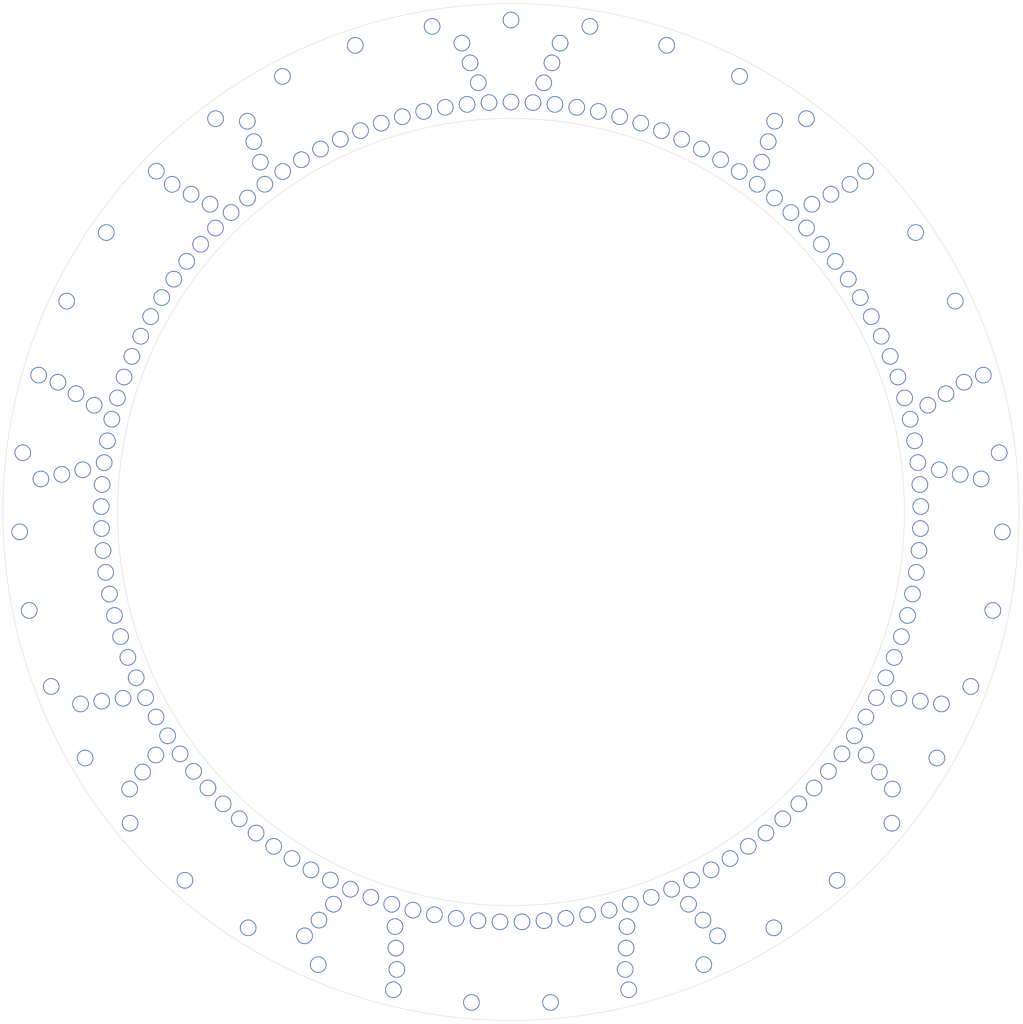
<source format=kicad_pcb>
(kicad_pcb (version 20221018) (generator pcbnew)
  (layers (0 "F.Cu" signal) (31 "B.Cu" signal) (34 "B.Paste" user) (35 "F.Paste" user) (36 "B.SilkS" user "B.Silkscreen") (37 "F.SilkS" user "F.Silkscreen") (38 "B.Mask" user) (39 "F.Mask" user) (44 "Edge.Cuts" user))
  (property "DATE" "2023-05-04")
  (net 0 "")
  (net 2 "Net-(D1-O)")
  (net 3 "Net-(D2-O)")
  (net 4 "Net-(D3-O)")
  (net 5 "Net-(D4-O)")
  (net 6 "Net-(D5-O)")
  (net 7 "Net-(D6-O)")
  (net 8 "Net-(D7-O)")
  (net 9 "Net-(D8-O)")
  (net 10 "Net-(D10-I)")
  (net 11 "Net-(D10-O)")
  (net 12 "Net-(D11-O)")
  (net 13 "Net-(D12-O)")
  (net 14 "Net-(D13-O)")
  (net 15 "Net-(D14-O)")
  (net 16 "Net-(D15-O)")
  (net 17 "Net-(D16-O)")
  (net 18 "Net-(D17-O)")
  (net 19 "Net-(D18-O)")
  (net 20 "Net-(D19-O)")
  (net 21 "Net-(D20-O)")
  (net 22 "Net-(D21-O)")
  (net 23 "Net-(D22-O)")
  (net 24 "Net-(D23-O)")
  (net 25 "Net-(D24-O)")
  (net 26 "Net-(D25-O)")
  (net 27 "Net-(D26-O)")
  (net 28 "Net-(D27-O)")
  (net 29 "Net-(D28-O)")
  (net 30 "Net-(D29-O)")
  (net 31 "Net-(D30-O)")
  (net 32 "Net-(D31-O)")
  (net 33 "Net-(D32-O)")
  (net 34 "Net-(D33-O)")
  (net 35 "Net-(D34-O)")
  (net 36 "Net-(D35-O)")
  (net 37 "Net-(D36-O)")
  (net 38 "Net-(D37-O)")
  (net 39 "Net-(D38-O)")
  (net 40 "Net-(D39-O)")
  (net 41 "Net-(D40-O)")
  (net 42 "Net-(D41-O)")
  (net 43 "Net-(D42-O)")
  (net 44 "Net-(D43-O)")
  (net 45 "Net-(D44-O)")
  (net 46 "Net-(D45-O)")
  (net 47 "Net-(D46-O)")
  (net 48 "Net-(D47-O)")
  (net 49 "Net-(D48-O)")
  (net 50 "Net-(D49-O)")
  (net 51 "Net-(D50-O)")
  (net 52 "Net-(D51-O)")
  (net 53 "Net-(D52-O)")
  (net 54 "Net-(D53-O)")
  (net 55 "Net-(D54-O)")
  (net 56 "Net-(D55-O)")
  (net 57 "Net-(D56-O)")
  (net 58 "Net-(D57-O)")
  (net 59 "Net-(D58-O)")
  (net 60 "Net-(D59-O)")
  (net 61 "Net-(D60-O)")
  (net 62 "Net-(D61-O)")
  (net 63 "Net-(D62-O)")
  (net 64 "Net-(D63-O)")
  (net 65 "Net-(D64-O)")
  (net 66 "Net-(D65-O)")
  (net 67 "Net-(D66-O)")
  (net 68 "Net-(D67-O)")
  (net 69 "Net-(D68-O)")
  (net 70 "Net-(D69-O)")
  (net 71 "Net-(D70-O)")
  (net 72 "Net-(D71-O)")
  (net 73 "Net-(D72-O)")
  (net 74 "Net-(D73-O)")
  (net 75 "Net-(D74-O)")
  (net 76 "Net-(D75-O)")
  (net 77 "Net-(D76-O)")
  (net 78 "Net-(D77-O)")
  (net 79 "Net-(D78-O)")
  (net 80 "Net-(D79-O)")
  (net 81 "Net-(D80-O)")
  (net 82 "Net-(D81-O)")
  (net 83 "Net-(D82-O)")
  (net 84 "Net-(D83-O)")
  (net 85 "Net-(D84-O)")
  (net 86 "Net-(D85-O)")
  (net 87 "Net-(D86-O)")
  (net 88 "Net-(D87-O)")
  (net 89 "Net-(D88-O)")
  (net 90 "Net-(D89-O)")
  (net 91 "Net-(D90-O)")
  (net 92 "Net-(D91-O)")
  (net 93 "Net-(D92-O)")
  (net 94 "Net-(D93-O)")
  (net 95 "Net-(D94-O)")
  (net 96 "Net-(D95-O)")
  (net 97 "Net-(D96-O)")
  (net 98 "Net-(D97-O)")
  (net 99 "Net-(D98-O)")
  (net 100 "Net-(D100-I)")
  (net 101 "Net-(D100-O)")
  (net 102 "Net-(D101-O)")
  (net 103 "Net-(D102-O)")
  (net 104 "Net-(D103-O)")
  (net 105 "Net-(D104-O)")
  (net 106 "Net-(D105-O)")
  (net 107 "Net-(D106-O)")
  (net 108 "Net-(D107-O)")
  (net 109 "Net-(D108-O)")
  (net 110 "Net-(D109-O)")
  (net 111 "Net-(D110-O)")
  (net 112 "Net-(D111-O)")
  (net 113 "Net-(D112-O)")
  (net 114 "Net-(D113-O)")
  (net 115 "Net-(D114-O)")
  (net 116 "Net-(D115-O)")
  (net 117 "Net-(D116-O)")
  (net 118 "Net-(D117-O)")
  (net 119 "Net-(D118-O)")
  (net 120 "Net-(D119-O)")
  (net 121 "Net-(D153-O)")
  (net 122 "Net-(D120-O)")
  (net 123 "Net-(D154-O)")
  (net 124 "Net-(D121-O)")
  (net 125 "Net-(D155-O)")
  (net 126 "Net-(D122-O)")
  (net 127 "Net-(D123-O)")
  (net 128 "Net-(D124-O)")
  (net 129 "Net-(D125-O)")
  (net 130 "Net-(D126-O)")
  (net 131 "Net-(D127-O)")
  (net 132 "Net-(D128-O)")
  (net 133 "Net-(D129-O)")
  (net 134 "Net-(D130-O)")
  (net 135 "Net-(D131-O)")
  (net 136 "Net-(D132-O)")
  (net 137 "Net-(D133-O)")
  (net 138 "Net-(D134-O)")
  (net 139 "Net-(D135-O)")
  (net 140 "Net-(D136-O)")
  (net 141 "Net-(D137-O)")
  (net 142 "Net-(D138-O)")
  (net 143 "Net-(D139-O)")
  (net 144 "Net-(D140-O)")
  (net 145 "Net-(D141-O)")
  (net 146 "Net-(D142-O)")
  (net 147 "Net-(D143-O)")
  (net 148 "Net-(D144-O)")
  (net 149 "Net-(D145-O)")
  (net 150 "Net-(D146-O)")
  (net 151 "Net-(D147-O)")
  (net 152 "Net-(D148-O)")
  (net 153 "Net-(D149-O)")
  (net 154 "Net-(D150-O)")
  (net 155 "Net-(D151-O)")
  (net 156 "Net-(D152-O)")
  (net 157 "Net-(D156-O)")
  (net 158 "Net-(D157-O)")
  (net 159 "Net-(D158-O)")
  (net 160 "Net-(D159-O)")
  (net 161 "Net-(D160-O)")
  (net 162 "Net-(D161-O)")
  (net 163 "Net-(D162-O)")
  (net 164 "Net-(D163-O)")
  (net 165 "Net-(D164-O)")
  (net 166 "Net-(D165-O)")
  (net 167 "Net-(D166-O)")
  (net 168 "Net-(D167-O)")
  (net 169 "Net-(D168-O)")
  (net 170 "Net-(D169-O)")
  (net 171 "Net-(D170-O)")
  (net 172 "Net-(D171-O)")
  (net 173 "Net-(D172-O)")
  (net 174 "Net-(D173-O)")
  (net 175 "Net-(D174-O)")
  (net 176 "Net-(D175-O)")
  (net 177 "Net-(D176-O)")
  (net 178 "Net-(D192-O)")
  (net 179 "Net-(D177-O)")
  (net 180 "Net-(D178-O)")
  (net 181 "Net-(D179-O)")
  (net 182 "Net-(D180-O)")
  (net 183 "Net-(D181-O)")
  (net 184 "Net-(D182-O)")
  (net 185 "Net-(D183-O)")
  (net 186 "Net-(D184-O)")
  (net 187 "Net-(D185-O)")
  (net 188 "Net-(D186-O)")
  (net 189 "Net-(D187-O)")
  (net 190 "Net-(D188-O)")
  (net 191 "Net-(D189-O)")
  (net 192 "Net-(D190-O)")
  (net 193 "Net-(D191-O)")
  (net 194 "Net-(D193-O)")
  (net 195 "Net-(D194-O)")
  (net 196 "Net-(D208-O)")
  (net 197 "Net-(D195-O)")
  (net 198 "Net-(D196-O)")
  (net 199 "Net-(D197-O)")
  (net 200 "Net-(D198-O)")
  (net 201 "Net-(D199-O)")
  (net 202 "Net-(D200-O)")
  (net 203 "Net-(D201-O)")
  (net 204 "Net-(D202-O)")
  (net 205 "Net-(D203-O)")
  (net 206 "Net-(D204-O)")
  (net 207 "Net-(D205-O)")
  (net 208 "Net-(D206-O)")
  (net 209 "Net-(D207-O)")
  (net 210 "Net-(D209-O)")
  (footprint "RevK:SMD1010-Hole" (layer "F.Cu") (at 142.614461 73.84646 166.538462)
    (fp_text reference "D20" hide)
    (fp_text value "XL-1010RGBC-WS2812B" hide)
    (pad "1" thru_hole circle (at 0 0 166.538462) (size 2 2) (drill 1.8) (layers "*.Cu" "F.Mask") (net 21 "Net-(D20-O)"))
  )
  (footprint "RevK:Dummy" (layer "F.Cu") (at 75.583582 56.367002 119.230769)
    (fp_text reference "C108" hide)
    (fp_text value "330nF" hide)
  )
  (footprint "RevK:SMD1010-Hole" (layer "F.Cu") (at 50.004506 99.32874 -45.769231)
    (fp_text reference "D89" hide)
    (fp_text value "XL-1010RGBC-WS2812B" hide)
    (pad "1" thru_hole circle (at 0 0 314.230769) (size 2 2) (drill 1.8) (layers "*.Cu" "F.Mask") (net 90 "Net-(D89-O)"))
  )
  (footprint "RevK:Dummy" (layer "F.Cu") (at 141.149193 128.403237 -34.615385)
    (fp_text reference "C41" hide)
    (fp_text value "330nF" hide)
  )
  (footprint "RevK:Dummy" (layer "F.Cu") (at 135.353319 142.132444 -50)
    (fp_text reference "C182" hide)
    (fp_text value "330nF" hide)
  )
  (footprint "RevK:SMD1010-Hole" (layer "F.Cu") (at 72.11661 46.872638 -107.307692)
    (fp_text reference "D154" hide)
    (fp_text value "XL-1010RGBC-WS2812B" hide)
    (pad "1" thru_hole circle (at 0 0 252.692308) (size 2 2) (drill 1.8) (layers "*.Cu" "F.Mask") (net 123 "Net-(D154-O)"))
  )
  (footprint "RevK:Dummy" (layer "F.Cu") (at 63.039712 55.952445 130)
    (fp_text reference "C209" hide)
    (fp_text value "330nF" hide)
  )
  (footprint "RevK:Dummy" (layer "F.Cu") (at 144.580762 77.360307 26.923077)
    (fp_text reference "C21" hide)
    (fp_text value "330nF" hide)
  )
  (footprint "RevK:Dummy" (layer "F.Cu") (at 151.961524 70 30)
    (fp_text reference "C124" hide)
    (fp_text value "330nF" hide)
  )
  (footprint "RevK:SMD1010-Hole" (layer "F.Cu") (at 81.643714 53.491433 -113.461538)
    (fp_text reference "D111" hide)
    (fp_text value "XL-1010RGBC-WS2812B" hide)
    (pad "1" thru_hole circle (at 0 0 246.538462) (size 2 2) (drill 1.8) (layers "*.Cu" "F.Mask") (net 112 "Net-(D111-O)"))
  )
  (footprint "RevK:SMD1010-Hole" (layer "F.Cu") (at 134.148982 63.478129 -178.076923)
    (fp_text reference "D15" hide)
    (fp_text value "XL-1010RGBC-WS2812B" hide)
    (pad "1" thru_hole circle (at 0 0 181.923077) (size 2 2) (drill 1.8) (layers "*.Cu" "F.Mask") (net 16 "Net-(D15-O)"))
  )
  (footprint "RevK:SMD1010-Hole" (layer "F.Cu") (at 114.041435 153.177421 59.791293)
    (fp_text reference "D184" hide)
    (fp_text value "XL-1010RGBC-WS2812B" hide)
    (pad "1" thru_hole circle (at 0 0 59.791293) (size 2 2) (drill 1.8) (layers "*.Cu" "F.Mask") (net 186 "Net-(D184-O)"))
  )
  (footprint "RevK:SMD1010-Hole" (layer "F.Cu") (at 100 40 -135)
    (fp_text reference "D118" hide)
    (fp_text value "XL-1010RGBC-WS2812B" hide)
    (pad "1" thru_hole circle (at 0 0 225) (size 2 2) (drill 1.8) (layers "*.Cu" "F.Mask") (net 119 "Net-(D118-O)"))
  )
  (footprint "RevK:Dummy" (layer "F.Cu") (at 80.40167 54.001028 113.076923)
    (fp_text reference "C110" hide)
    (fp_text value "330nF" hide)
  )
  (footprint "RevK:Dummy" (layer "F.Cu") (at 101.3424 50.018024 88.461538)
    (fp_text reference "C1" hide)
    (fp_text value "330nF" hide)
  )
  (footprint "RevK:Dummy" (layer "F.Cu") (at 52.368603 72.5 150)
    (fp_text reference "C190" hide)
    (fp_text value "330nF" hide)
  )
  (footprint "RevK:SMD1010-Hole" (layer "F.Cu") (at 56.663634 129.634597 -10.634607)
    (fp_text reference "D169" hide)
    (fp_text value "XL-1010RGBC-WS2812B" hide)
    (pad "1" thru_hole circle (at 0 0 349.365393) (size 2 2) (drill 1.8) (layers "*.Cu" "F.Mask") (net 170 "Net-(D169-O)"))
  )
  (footprint "RevK:Dummy" (layer "F.Cu") (at 82.043942 50.666137 110)
    (fp_text reference "C174" hide)
    (fp_text value "330nF" hide)
  )
  (footprint "RevK:Dummy" (layer "F.Cu") (at 54.533666 73.75 150)
    (fp_text reference "C172" hide)
    (fp_text value "330nF" hide)
  )
  (footprint "RevK:Dummy" (layer "F.Cu") (at 158.787439 87.998458 11.538462)
    (fp_text reference "C126" hide)
    (fp_text value "330nF" hide)
  )
  (footprint "RevK:SMD1010-Hole" (layer "F.Cu") (at 67.93205 150.711405 12.692308)
    (fp_text reference "D141" hide)
    (fp_text value "XL-1010RGBC-WS2812B" hide)
    (pad "1" thru_hole circle (at 0 0 12.692308) (size 2 2) (drill 1.8) (layers "*.Cu" "F.Mask") (net 145 "Net-(D141-O)"))
  )
  (footprint "RevK:Dummy" (layer "F.Cu") (at 45.792974 125.721554 -154.615385)
    (fp_text reference "C144" hide)
    (fp_text value "330nF" hide)
  )
  (footprint "RevK:Dummy" (layer "F.Cu") (at 63.022963 66.34441 137.692308)
    (fp_text reference "C102" hide)
    (fp_text value "330nF" hide)
  )
  (footprint "RevK:Dummy" (layer "F.Cu") (at 148.703359 111.31295 -13.076923)
    (fp_text reference "C34" hide)
    (fp_text value "330nF" hide)
  )
  (footprint "RevK:Dummy" (layer "F.Cu") (at 113.264862 148.208334 -74.615385)
    (fp_text reference "C54" hide)
    (fp_text value "330nF" hide)
  )
  (footprint "RevK:Dummy" (layer "F.Cu") (at 102.683831 149.927919 -86.923077)
    (fp_text reference "C58" hide)
    (fp_text value "330nF" hide)
  )
  (footprint "RevK:Dummy" (layer "F.Cu") (at 64.646681 142.132444 -130)
    (fp_text reference "C186" hide)
    (fp_text value "330nF" hide)
  )
  (footprint "RevK:Dummy" (layer "F.Cu") (at 123.517997 44.801233 66.923077)
    (fp_text reference "C120" hide)
    (fp_text value "330nF" hide)
  )
  (footprint "RevK:Dummy" (layer "F.Cu") (at 76.763841 144.272801 -117.692308)
    (fp_text reference "C68" hide)
    (fp_text value "330nF" hide)
  )
  (footprint "RevK:Dummy" (layer "F.Cu") (at 52.364885 84.804742 162.307692)
    (fp_text reference "C94" hide)
    (fp_text value "330nF" hide)
  )
  (footprint "RevK:SMD1010-Hole" (layer "F.Cu") (at 120.826246 54.543785 -159.615385)
    (fp_text reference "D9" hide)
    (fp_text value "XL-1010RGBC-WS2812B" hide)
    (pad "1" thru_hole circle (at 0 0 200.384615) (size 2 2) (drill 1.8) (layers "*.Cu" "F.Mask") (net 10 "Net-(D10-I)"))
  )
  (footprint "RevK:Dummy" (layer "F.Cu") (at 149.995494 100.67126 -0.769231)
    (fp_text reference "C30" hide)
    (fp_text value "330nF" hide)
  )
  (footprint "RevK:Dummy" (layer "F.Cu") (at 72.151759 141.526804 -123.846154)
    (fp_text reference "C70" hide)
    (fp_text value "330nF" hide)
  )
  (footprint "RevK:SMD1010-Hole" (layer "F.Cu") (at 149.379032 65.916115 169.615385)
    (fp_text reference "D124" hide)
    (fp_text value "XL-1010RGBC-WS2812B" hide)
    (pad "1" thru_hole circle (at 0 0 169.615385) (size 2 2) (drill 1.8) (layers "*.Cu" "F.Mask") (net 128 "Net-(D124-O)"))
  )
  (footprint "RevK:SMD1010-Hole" (layer "F.Cu") (at 113.931259 155.786827 59.02131)
    (fp_text reference "D202" hide)
    (fp_text value "XL-1010RGBC-WS2812B" hide)
    (pad "1" thru_hole circle (at 0 0 59.02131) (size 2 2) (drill 1.8) (layers "*.Cu" "F.Mask") (net 204 "Net-(D202-O)"))
  )
  (footprint "RevK:Dummy" (layer "F.Cu") (at 132.13938 138.302222 -50)
    (fp_text reference "C46" hide)
    (fp_text value "330nF" hide)
  )
  (footprint "RevK:Dummy" (layer "F.Cu") (at 128.953114 59.235834 54.615385)
    (fp_text reference "C12" hide)
    (fp_text value "330nF" hide)
  )
  (footprint "RevK:Dummy" (layer "F.Cu") (at 81.188892 151.683094 -110)
    (fp_text reference "C185" hide)
    (fp_text value "330nF" hide)
  )
  (footprint "RevK:SMD1010-Hole" (layer "F.Cu") (at 95.976672 149.837865 40.384615)
    (fp_text reference "D61" hide)
    (fp_text value "XL-1010RGBC-WS2812B" hide)
    (pad "1" thru_hole circle (at 0 0 40.384615) (size 2 2) (drill 1.8) (layers "*.Cu" "F.Mask") (net 62 "Net-(D61-O)"))
  )
  (footprint "RevK:SMD1010-Hole" (layer "F.Cu") (at 50.620968 65.916115 -79.615385)
    (fp_text reference "D151" hide)
    (fp_text value "XL-1010RGBC-WS2812B" hide)
    (pad "1" thru_hole circle (at 0 0 280.384615) (size 2 2) (drill 1.8) (layers "*.Cu" "F.Mask") (net 155 "Net-(D151-O)"))
  )
  (footprint "RevK:SMD1010-Hole" (layer "F.Cu") (at 56.69873 125 -15)
    (fp_text reference "D79" hide)
    (fp_text value "XL-1010RGBC-WS2812B" hide)
    (pad "1" thru_hole circle (at 0 0 345) (size 2 2) (drill 1.8) (layers "*.Cu" "F.Mask") (net 80 "Net-(D79-O)"))
  )
  (footprint "RevK:SMD1010-Hole" (layer "F.Cu") (at 72.151759 58.473196 -101.153846)
    (fp_text reference "D107" hide)
    (fp_text value "XL-1010RGBC-WS2812B" hide)
    (pad "1" thru_hole circle (at 0 0 258.846154) (size 2 2) (drill 1.8) (layers "*.Cu" "F.Mask") (net 108 "Net-(D107-O)"))
  )
  (footprint "RevK:Dummy" (layer "F.Cu") (at 117.956058 50.666137 70)
    (fp_text reference "C158" hide)
    (fp_text value "330nF" hide)
  )
  (footprint "RevK:Dummy" (layer "F.Cu") (at 97.316169 149.927919 -93.076923)
    (fp_text reference "C60" hide)
    (fp_text value "330nF" hide)
  )
  (footprint "RevK:SMD1010-Hole" (layer "F.Cu") (at 55.419238 122.639693 -18.076923)
    (fp_text reference "D80" hide)
    (fp_text value "XL-1010RGBC-WS2812B" hide)
    (pad "1" thru_hole circle (at 0 0 341.923077) (size 2 2) (drill 1.8) (layers "*.Cu" "F.Mask") (net 81 "Net-(D80-O)"))
  )
  (footprint "RevK:Dummy" (layer "F.Cu") (at 62.132708 132.650699 -139.230769)
    (fp_text reference "C75" hide)
    (fp_text value "330nF" hide)
  )
  (footprint "RevK:Dummy" (layer "F.Cu") (at 50.620968 134.083885 -145.384615)
    (fp_text reference "C143" hide)
    (fp_text value "330nF" hide)
  )
  (footprint "RevK:Dummy" (layer "F.Cu") (at 82.043942 149.333863 -110)
    (fp_text reference "C167" hide)
    (fp_text value "330nF" hide)
  )
  (footprint "RevK:Dummy" (layer "F.Cu") (at 135.353319 57.867556 50)
    (fp_text reference "C177" hide)
    (fp_text value "330nF" hide)
  )
  (footprint "RevK:SMD1010-Hole" (layer "F.Cu") (at 97.316169 50.072081 -131.923077)
    (fp_text reference "D117" hide)
    (fp_text value "XL-1010RGBC-WS2812B" hide)
    (pad "1" thru_hole circle (at 0 0 228.076923) (size 2 2) (drill 1.8) (layers "*.Cu" "F.Mask") (net 118 "Net-(D117-O)"))
  )
  (footprint "RevK:SMD1010-Hole" (layer "F.Cu") (at 144.938151 131.710607 99.791293)
    (fp_text reference "D182" hide)
    (fp_text value "XL-1010RGBC-WS2812B" hide)
    (pad "1" thru_hole circle (at 0 0 99.791293) (size 2 2) (drill 1.8) (layers "*.Cu" "F.Mask") (net 184 "Net-(D182-O)"))
  )
  (footprint "RevK:SMD1010-Hole" (layer "F.Cu") (at 149.887388 96.646118 138.846154)
    (fp_text reference "D29" hide)
    (fp_text value "XL-1010RGBC-WS2812B" hide)
    (pad "1" thru_hole circle (at 0 0 138.846154) (size 2 2) (drill 1.8) (layers "*.Cu" "F.Mask") (net 30 "Net-(D29-O)"))
  )
  (footprint "RevK:Dummy" (layer "F.Cu") (at 108.020564 149.352513 -80.769231)
    (fp_text reference "C56" hide)
    (fp_text value "330nF" hide)
  )
  (footprint "RevK:Dummy" (layer "F.Cu") (at 100 47.5 90)
    (fp_text reference "C157" hide)
    (fp_text value "330nF" hide)
  )
  (footprint "RevK:SMD1010-Hole" (layer "F.Cu") (at 144.580762 122.639693 108.076923)
    (fp_text reference "D39" hide)
    (fp_text value "XL-1010RGBC-WS2812B" hide)
    (pad "1" thru_hole circle (at 0 0 108.076923) (size 2 2) (drill 1.8) (layers "*.Cu" "F.Mask") (net 40 "Net-(D39-O)"))
  )
  (footprint "RevK:Dummy" (layer "F.Cu") (at 100 150 -90)
    (fp_text reference "C59" hide)
    (fp_text value "330nF" hide)
  )
  (footprint "RevK:SMD1010-Hole" (layer "F.Cu") (at 51.617927 112.61646 -30.384615)
    (fp_text reference "D84" hide)
    (fp_text value "XL-1010RGBC-WS2812B" hide)
    (pad "1" thru_hole circle (at 0 0 329.615385) (size 2 2) (drill 1.8) (layers "*.Cu" "F.Mask") (net 85 "Net-(D84-O)"))
  )
  (footprint "RevK:Dummy" (layer "F.Cu") (at 143.30127 75 30)
    (fp_text reference "C20" hide)
    (fp_text value "330nF" hide)
  )
  (footprint "RevK:Dummy" (layer "F.Cu") (at 149.887388 103.353882 -3.846154)
    (fp_text reference "C31" hide)
    (fp_text value "330nF" hide)
  )
  (footprint "RevK:Dummy" (layer "F.Cu") (at 136.960288 55.952445 50)
    (fp_text reference "C195" hide)
    (fp_text value "330nF" hide)
  )
  (footprint "RevK:SMD1010-Hole" (layer "F.Cu") (at 149.635444 93.973166 141.923077)
    (fp_text reference "D28" hide)
    (fp_text value "XL-1010RGBC-WS2812B" hide)
    (pad "1" thru_hole circle (at 0 0 141.923077) (size 2 2) (drill 1.8) (layers "*.Cu" "F.Mask") (net 29 "Net-(D28-O)"))
  )
  (footprint "RevK:Dummy" (layer "F.Cu") (at 74.420925 142.961738 -120.769231)
    (fp_text reference "C69" hide)
    (fp_text value "330nF" hide)
  )
  (footprint "RevK:SMD1010-Hole" (layer "F.Cu") (at 51.974094 86.089127 -61.153846)
    (fp_text reference "D94" hide)
    (fp_text value "XL-1010RGBC-WS2812B" hide)
    (pad "1" thru_hole circle (at 0 0 298.846154) (size 2 2) (drill 1.8) (layers "*.Cu" "F.Mask") (net 95 "Net-(D94-O)"))
  )
  (footprint "RevK:Dummy" (layer "F.Cu") (at 119.666158 45.967674 70)
    (fp_text reference "C194" hide)
    (fp_text value "330nF" hide)
  )
  (footprint "RevK:Dummy" (layer "F.Cu") (at 51.974094 113.910873 -163.846154)
    (fp_text reference "C83" hide)
    (fp_text value "330nF" hide)
  )
  (footprint "RevK:SMD1010-Hole" (layer "F.Cu") (at 78.3409 147.823983 20.634607)
    (fp_text reference "D168" hide)
    (fp_text value "XL-1010RGBC-WS2812B" hide)
    (pad "1" thru_hole circle (at 0 0 20.634607) (size 2 2) (drill 1.8) (layers "*.Cu" "F.Mask") (net 169 "Net-(D168-O)"))
  )
  (footprint "RevK:SMD1010-Hole" (layer "F.Cu") (at 104.827994 159.805438 49.615385)
    (fp_text reference "D137" hide)
    (fp_text value "XL-1010RGBC-WS2812B" hide)
    (pad "1" thru_hole circle (at 0 0 49.615385) (size 2 2) (drill 1.8) (layers "*.Cu" "F.Mask") (net 141 "Net-(D137-O)"))
  )
  (footprint "RevK:SMD1010-Hole" (layer "F.Cu") (at 55.061849 131.710607 -9.791293)
    (fp_text reference "D187" hide)
    (fp_text value "XL-1010RGBC-WS2812B" hide)
    (pad "1" thru_hole circle (at 0 0 350.208707) (size 2 2) (drill 1.8) (layers "*.Cu" "F.Mask") (net 189 "Net-(D187-O)"))
  )
  (footprint "RevK:SMD1010-Hole" (layer "F.Cu") (at 124.416418 143.632998 74.230769)
    (fp_text reference "D50" hide)
    (fp_text value "XL-1010RGBC-WS2812B" hide)
    (pad "1" thru_hole circle (at 0 0 74.230769) (size 2 2) (drill 1.8) (layers "*.Cu" "F.Mask") (net 51 "Net-(D50-O)"))
  )
  (footprint "RevK:Dummy" (layer "F.Cu") (at 88.034217 51.452909 103.846154)
    (fp_text reference "C113" hide)
    (fp_text value "330nF" hide)
  )
  (footprint "RevK:Dummy" (layer "F.Cu") (at 50.203539 71.25 150)
    (fp_text reference "C208" hide)
    (fp_text value "330nF" hide)
  )
  (footprint "RevK:Dummy" (layer "F.Cu") (at 68.900543 60.848707 128.461538)
    (fp_text reference "C105" hide)
    (fp_text value "330nF" hide)
  )
  (footprint "RevK:Dummy" (layer "F.Cu") (at 56.043139 123.828436 -151.538462)
    (fp_text reference "C79" hide)
    (fp_text value "330nF" hide)
  )
  (footprint "RevK:Dummy" (layer "F.Cu") (at 45.835574 90.44935 170)
    (fp_text reference "C189" hide)
    (fp_text value "330nF" hide)
  )
  (footprint "RevK:Dummy" (layer "F.Cu") (at 146.750812 82.269756 20.769231)
    (fp_text reference "C23" hide)
    (fp_text value "330nF" hide)
  )
  (footprint "RevK:SMD1010-Hole" (layer "F.Cu") (at 155.278438 84.171411 150.97869)
    (fp_text reference "D197" hide)
    (fp_text value "XL-1010RGBC-WS2812B" hide)
    (pad "1" thru_hole circle (at 0 0 150.97869) (size 2 2) (drill 1.8) (layers "*.Cu" "F.Mask") (net 199 "Net-(D197-O)"))
  )
  (footprint "RevK:SMD1010-Hole" (layer "F.Cu") (at 109.342689 149.119387 55.769231)
    (fp_text reference "D56" hide)
    (fp_text value "XL-1010RGBC-WS2812B" hide)
    (pad "1" thru_hole circle (at 0 0 55.769231) (size 2 2) (drill 1.8) (layers "*.Cu" "F.Mask") (net 57 "Net-(D56-O)"))
  )
  (footprint "RevK:SMD1010-Hole" (layer "F.Cu") (at 132.06795 150.711405 77.307692)
    (fp_text reference "D134" hide)
    (fp_text value "XL-1010RGBC-WS2812B" hide)
    (pad "1" thru_hole circle (at 0 0 77.307692) (size 2 2) (drill 1.8) (layers "*.Cu" "F.Mask") (net 138 "Net-(D134-O)"))
  )
  (footprint "RevK:Dummy" (layer "F.Cu") (at 105.359925 149.711882 -83.846154)
    (fp_text reference "C57" hide)
    (fp_text value "330nF" hide)
  )
  (footprint "RevK:Dummy" (layer "F.Cu") (at 95.976672 50.162135 94.615385)
    (fp_text reference "C116" hide)
    (fp_text value "330nF" hide)
  )
  (footprint "RevK:SMD1010-Hole" (layer "F.Cu") (at 136.060122 65.363782 178.846154)
    (fp_text reference "D16" hide)
    (fp_text value "XL-1010RGBC-WS2812B" hide)
    (pad "1" thru_hole circle (at 0 0 178.846154) (size 2 2) (drill 1.8) (layers "*.Cu" "F.Mask") (net 17 "Net-(D16-O)"))
  )
  (footprint "RevK:Dummy" (layer "F.Cu") (at 149.77936 95.307951 5.384615)
    (fp_text reference "C28" hide)
    (fp_text value "330nF" hide)
  )
  (footprint "RevK:Dummy" (layer "F.Cu") (at 147.635115 84.804742 17.692308)
    (fp_text reference "C24" hide)
    (fp_text value "330nF" hide)
  )
  (footprint "RevK:SMD1010-Hole" (layer "F.Cu") (at 52.790019 83.531312 -64.230769)
    (fp_text reference "D95" hide)
    (fp_text value "XL-1010RGBC-WS2812B" hide)
    (pad "1" thru_hole circle (at 0 0 295.769231) (size 2 2) (drill 1.8) (layers "*.Cu" "F.Mask") (net 96 "Net-(D95-O)"))
  )
  (footprint "RevK:SMD1010-Hole" (layer "F.Cu") (at 80.99992 43.087813 -116.538462)
    (fp_text reference "D155" hide)
    (fp_text value "XL-1010RGBC-WS2812B" hide)
    (pad "1" thru_hole circle (at 0 0 243.461538) (size 2 2) (drill 1.8) (layers "*.Cu" "F.Mask") (net 125 "Net-(D155-O)"))
  )
  (footprint "RevK:SMD1010-Hole" (layer "F.Cu") (at 151.961524 130 105)
    (fp_text reference "D131" hide)
    (fp_text value "XL-1010RGBC-WS2812B" hide)
    (pad "1" thru_hole circle (at 0 0 105) (size 2 2) (drill 1.8) (layers "*.Cu" "F.Mask") (net 135 "Net-(D131-O)"))
  )
  (footprint "RevK:Dummy" (layer "F.Cu") (at 66.25365 140.217333 -130)
    (fp_text reference "C168" hide)
    (fp_text value "330nF" hide)
  )
  (footprint "RevK:SMD1010-Hole" (layer "F.Cu") (at 60.434719 69.42896 -82.692308)
    (fp_text reference "D101" hide)
    (fp_text value "XL-1010RGBC-WS2812B" hide)
    (pad "1" thru_hole circle (at 0 0 277.307692) (size 2 2) (drill 1.8) (layers "*.Cu" "F.Mask") (net 102 "Net-(D101-O)"))
  )
  (footprint "RevK:SMD1010-Hole" (layer "F.Cu") (at 157.358437 95.967669 139.02131)
    (fp_text reference "D198" hide)
    (fp_text value "XL-1010RGBC-WS2812B" hide)
    (pad "1" thru_hole circle (at 0 0 139.02131) (size 2 2) (drill 1.8) (layers "*.Cu" "F.Mask") (net 200 "Net-(D198-O)"))
  )
  (footprint "RevK:Dummy" (layer "F.Cu") (at 71.046886 59.235834 125.384615)
    (fp_text reference "C106" hide)
    (fp_text value "330nF" hide)
  )
  (footprint "RevK:Dummy" (layer "F.Cu") (at 156.100975 78.723707 20.769231)
    (fp_text reference "C125" hide)
    (fp_text value "330nF" hide)
  )
  (footprint "RevK:SMD1010-Hole" (layer "F.Cu") (at 158.787439 112.001542 123.461538)
    (fp_text reference "D129" hide)
    (fp_text value "XL-1010RGBC-WS2812B" hide)
    (pad "1" thru_hole circle (at 0 0 123.461538) (size 2 2) (drill 1.8) (layers "*.Cu" "F.Mask") (net 133 "Net-(D129-O)"))
  )
  (footprint "RevK:Dummy" (layer "F.Cu") (at 149.379032 134.083885 -34.615385)
    (fp_text reference "C131" hide)
    (fp_text value "330nF" hide)
  )
  (footprint "RevK:Dummy" (layer "F.Cu") (at 51.296641 111.31295 -166.923077)
    (fp_text reference "C84" hide)
    (fp_text value "330nF" hide)
  )
  (footprint "RevK:Dummy" (layer "F.Cu") (at 146.257938 118.979019 -22.307692)
    (fp_text reference "C37" hide)
    (fp_text value "330nF" hide)
  )
  (footprint "RevK:Dummy" (layer "F.Cu") (at 125.579075 142.961738 -59.230769)
    (fp_text reference "C49" hide)
    (fp_text value "330nF" hide)
  )
  (footprint "RevK:Dummy" (layer "F.Cu") (at 40.437468 107.232201 -173.076923)
    (fp_text reference "C146" hide)
    (fp_text value "330nF" hide)
  )
  (footprint "RevK:Dummy" (layer "F.Cu") (at 138.730248 68.377731 39.230769)
    (fp_text reference "C17" hide)
    (fp_text value "330nF" hide)
  )
  (footprint "RevK:Dummy" (layer "F.Cu") (at 67.86062 138.302222 -130)
    (fp_text reference "C72" hide)
    (fp_text value "330nF" hide)
  )
  (footprint "RevK:SMD1010-Hole" (layer "F.Cu") (at 147.209981 83.531312 154.230769)
    (fp_text reference "D24" hide)
    (fp_text value "XL-1010RGBC-WS2812B" hide)
    (pad "1" thru_hole circle (at 0 0 154.230769) (size 2 2) (drill 1.8) (layers "*.Cu" "F.Mask") (net 25 "Net-(D24-O)"))
  )
  (footprint "RevK:Dummy" (layer "F.Cu") (at 72.11661 153.127362 -117.692308)
    (fp_text reference "C140" hide)
    (fp_text value "330nF" hide)
  )
  (footprint "RevK:Dummy" (layer "F.Cu") (at 43.373554 90.01523 170)
    (fp_text reference "C207" hide)
    (fp_text value "330nF" hide)
  )
  (footprint "RevK:Dummy" (layer "F.Cu") (at 156.626446 109.98477 -10)
    (fp_text reference "C198" hide)
    (fp_text value "330nF" hide)
  )
  (footprint "RevK:SMD1010-Hole" (layer "F.Cu") (at 52.364885 115.195258 -27.307692)
    (fp_text reference "D83" hide)
    (fp_text value "XL-1010RGBC-WS2812B" hide)
    (pad "1" thru_hole circle (at 0 0 332.692308) (size 2 2) (drill 1.8) (layers "*.Cu" "F.Mask") (net 84 "Net-(D83-O)"))
  )
  (footprint "RevK:Dummy" (layer "F.Cu") (at 132.06795 49.288595 57.692308)
    (fp_text reference "C121" hide)
    (fp_text value "330nF" hide)
  )
  (footprint "RevK:Dummy" (layer "F.Cu") (at 50.04055 97.986703 177.692308)
    (fp_text reference "C89" hide)
    (fp_text value "330nF" hide)
  )
  (footprint "RevK:Dummy" (layer "F.Cu") (at 131.099457 60.848707 51.538462)
    (fp_text reference "C13" hide)
    (fp_text value "330nF" hide)
  )
  (footprint "RevK:SMD1010-Hole" (layer "F.Cu") (at 85.445623 147.834821 28.076923)
    (fp_text reference "D65" hide)
    (fp_text value "XL-1010RGBC-WS2812B" hide)
    (pad "1" thru_hole circle (at 0 0 28.076923) (size 2 2) (drill 1.8) (layers "*.Cu" "F.Mask") (net 66 "Net-(D65-O)"))
  )
  (footprint "RevK:SMD1010-Hole" (layer "F.Cu") (at 76.482003 155.198767 21.923077)
    (fp_text reference "D140" hide)
    (fp_text value "XL-1010RGBC-WS2812B" hide)
    (pad "1" thru_hole circle (at 0 0 21.923077) (size 2 2) (drill 1.8) (layers "*.Cu" "F.Mask") (net 144 "Net-(D140-O)"))
  )
  (footprint "RevK:SMD1010-Hole" (layer "F.Cu") (at 145.731715 120.21411 111.153846)
    (fp_text reference "D38" hide)
    (fp_text value "XL-1010RGBC-WS2812B" hide)
    (pad "1" thru_hole circle (at 0 0 111.153846) (size 2 2) (drill 1.8) (layers "*.Cu" "F.Mask") (net 39 "Net-(D38-O)"))
  )
  (footprint "RevK:Dummy" (layer "F.Cu") (at 50.759612 108.682409 -170)
    (fp_text reference "C85" hide)
    (fp_text value "330nF" hide)
  )
  (footprint "RevK:Dummy" (layer "F.Cu") (at 91.979436 149.352513 -99.230769)
    (fp_text reference "C62" hide)
    (fp_text value "330nF" hide)
  )
  (footprint "RevK:SMD1010-Hole" (layer "F.Cu") (at 84.1666 52.573178 -116.538462)
    (fp_text reference "D112" hide)
    (fp_text value "XL-1010RGBC-WS2812B" hide)
    (pad "1" thru_hole circle (at 0 0 243.461538) (size 2 2) (drill 1.8) (layers "*.Cu" "F.Mask") (net 113 "Net-(D112-O)"))
  )
  (footprint "RevK:SMD1010-Hole" (layer "F.Cu") (at 114.554377 147.834821 61.923077)
    (fp_text reference "D54" hide)
    (fp_text value "XL-1010RGBC-WS2812B" hide)
    (pad "1" thru_hole circle (at 0 0 61.923077) (size 2 2) (drill 1.8) (layers "*.Cu" "F.Mask") (net 55 "Net-(D54-O)"))
  )
  (footprint "RevK:SMD1010-Hole" (layer "F.Cu") (at 60.212641 144.910645 3.461538)
    (fp_text reference "D142" hide)
    (fp_text value "XL-1010RGBC-WS2812B" hide)
    (pad "1" thru_hole circle (at 0 0 3.461538) (size 2 2) (drill 1.8) (layers "*.Cu" "F.Mask") (net 146 "Net-(D142-O)"))
  )
  (footprint "RevK:Dummy" (layer "F.Cu") (at 66.25365 59.782667 130)
    (fp_text reference "C173" hide)
    (fp_text value "330nF" hide)
  )
  (footprint "RevK:Dummy" (layer "F.Cu") (at 133.156133 62.574463 48.461538)
    (fp_text reference "C14" hide)
    (fp_text value "330nF" hide)
  )
  (footprint "RevK:Dummy" (layer "F.Cu") (at 50.203539 128.75 -150)
    (fp_text reference "C205" hide)
    (fp_text value "330nF" hide)
  )
  (footprint "RevK:SMD1010-Hole" (layer "F.Cu") (at 52.667503 122.713095 -19.365393)
    (fp_text reference "D170" hide)
    (fp_text value "XL-1010RGBC-WS2812B" hide)
    (pad "1" thru_hole circle (at 0 0 340.634607) (size 2 2) (drill 1.8) (layers "*.Cu" "F.Mask") (net 171 "Net-(D170-O)"))
  )
  (footprint "RevK:Dummy" (layer "F.Cu") (at 126.723291 57.740496 57.692308)
    (fp_text reference "C11" hide)
    (fp_text value "330nF" hide)
  )
  (footprint "RevK:SMD1010-Hole" (layer "F.Cu") (at 67.86062 61.697778 -95)
    (fp_text reference "D105" hide)
    (fp_text value "XL-1010RGBC-WS2812B" hide)
    (pad "1" thru_hole circle (at 0 0 265) (size 2 2) (drill 1.8) (layers "*.Cu" "F.Mask") (net 106 "Net-(D105-O)"))
  )
  (footprint "RevK:SMD1010-Hole" (layer "F.Cu") (at 130.037113 60.027862 -171.923077)
    (fp_text reference "D13" hide)
    (fp_text value "XL-1010RGBC-WS2812B" hide)
    (pad "1" thru_hole circle (at 0 0 188.076923) (size 2 2) (drill 1.8) (layers "*.Cu" "F.Mask") (net 14 "Net-(D13-O)"))
  )
  (footprint "RevK:Dummy" (layer "F.Cu") (at 51.010467 89.998715 168.461538)
    (fp_text reference "C92" hide)
    (fp_text value "330nF" hide)
  )
  (footprint "RevK:SMD1010-Hole" (layer "F.Cu") (at 131.099457 139.151293 83.461538)
    (fp_text reference "D47" hide)
    (fp_text value "XL-1010RGBC-WS2812B" hide)
    (pad "1" thru_hole circle (at 0 0 83.461538) (size 2 2) (drill 1.8) (layers "*.Cu" "F.Mask") (net 48 "Net-(D47-O)"))
  )
  (footprint "RevK:SMD1010-Hole" (layer "F.Cu") (at 123.517997 155.198767 68.076923)
    (fp_text reference "D135" hide)
    (fp_text value "XL-1010RGBC-WS2812B" hide)
    (pad "1" thru_hole circle (at 0 0 68.076923) (size 2 2) (drill 1.8) (layers "*.Cu" "F.Mask") (net 139 "Net-(D135-O)"))
  )
  (footprint "RevK:SMD1010-Hole" (layer "F.Cu") (at 132.13938 61.697778 -175)
    (fp_text reference "D14" hide)
    (fp_text value "XL-1010RGBC-WS2812B" hide)
    (pad "1" thru_hole circle (at 0 0 185) (size 2 2) (drill 1.8) (layers "*.Cu" "F.Mask") (net 15 "Net-(D14-O)"))
  )
  (footprint "RevK:SMD1010-Hole" (layer "F.Cu") (at 76.763841 55.727199 -107.307692)
    (fp_text reference "D109" hide)
    (fp_text value "XL-1010RGBC-WS2812B" hide)
    (pad "1" thru_hole circle (at 0 0 252.692308) (size 2 2) (drill 1.8) (layers "*.Cu" "F.Mask") (net 110 "Net-(D109-O)"))
  )
  (footprint "RevK:SMD1010-Hole" (layer "F.Cu") (at 148.989533 110.001285 123.461538)
    (fp_text reference "D34" hide)
    (fp_text value "XL-1010RGBC-WS2812B" hide)
    (pad "1" thru_hole circle (at 0 0 123.461538) (size 2 2) (drill 1.8) (layers "*.Cu" "F.Mask") (net 35 "Net-(D34-O)"))
  )
  (footprint "RevK:Dummy" (layer "F.Cu") (at 63.039712 144.047555 -130)
    (fp_text reference "C204" hide)
    (fp_text value "330nF" hide)
  )
  (footprint "RevK:SMD1010-Hole" (layer "F.Cu") (at 140.37179 129.497772 98.846154)
    (fp_text reference "D42" hide)
    (fp_text value "XL-1010RGBC-WS2812B" hide)
    (pad "1" thru_hole circle (at 0 0 98.846154) (size 2 2) (drill 1.8) (layers "*.Cu" "F.Mask") (net 43 "Net-(D42-O)"))
  )
  (footprint "RevK:Dummy" (layer "F.Cu") (at 149.455743 92.642726 8.461538)
    (fp_text reference "C27" hide)
    (fp_text value "330nF" hide)
  )
  (footprint "RevK:Dummy" (layer "F.Cu") (at 151.702407 90.883471 10)
    (fp_text reference "C161" hide)
    (fp_text value "330nF" hide)
  )
  (footprint "RevK:SMD1010-Hole" (layer "F.Cu") (at 93.307343 149.550059 37.307692)
    (fp_text reference "D62" hide)
    (fp_text value "XL-1010RGBC-WS2812B" hide)
    (pad "1" thru_hole circle (at 0 0 37.307692) (size 2 2) (drill 1.8) (layers "*.Cu" "F.Mask") (net 63 "Net-(D62-O)"))
  )
  (footprint "RevK:Dummy" (layer "F.Cu") (at 151.702407 109.116529 -10)
    (fp_text reference "C162" hide)
    (fp_text value "330nF" hide)
  )
  (footprint "RevK:SMD1010-Hole" (layer "F.Cu") (at 54.827478 78.565372 -70.384615)
    (fp_text reference "D97" hide)
    (fp_text value "XL-1010RGBC-WS2812B" hide)
    (pad "1" thru_hole circle (at 0 0 289.615385) (size 2 2) (drill 1.8) (layers "*.Cu" "F.Mask") (net 98 "Net-(D97-O)"))
  )
  (footprint "RevK:SMD1010-Hole" (layer "F.Cu") (at 82.898993 146.984631 25)
    (fp_text reference "D66" hide)
    (fp_text value "XL-1010RGBC-WS2812B" hide)
    (pad "1" thru_hole circle (at 0 0 25) (size 2 2) (drill 1.8) (layers "*.Cu" "F.Mask") (net 67 "Net-(D66-O)"))
  )
  (footprint "RevK:SMD1010-Hole" (layer "F.Cu") (at 149.455743 107.357274 126.538462)
    (fp_text reference "D33" hide)
    (fp_text value "XL-1010RGBC-WS2812B" hide)
    (pad "1" thru_hole circle (at 0 0 126.538462) (size 2 2) (drill 1.8) (layers "*.Cu" "F.Mask") (net 34 "Net-(D33-O)"))
  )
  (footprint "RevK:Dummy" (layer "F.Cu") (at 149.796461 71.25 30)
    (fp_text reference "C196" hide)
    (fp_text value "330nF" hide)
  )
  (footprint "RevK:SMD1010-Hole" (layer "F.Cu") (at 90.375323 40.776984 -125.769231)
    (fp_text reference "D156" hide)
    (fp_text value "XL-1010RGBC-WS2812B" hide)
    (pad "1" thru_hole circle (at 0 0 234.230769) (size 2 2) (drill 1.8) (layers "*.Cu" "F.Mask") (net 157 "Net-(D156-O)"))
  )
  (footprint "RevK:Dummy" (layer "F.Cu") (at 50.22064 95.307951 174.615385)
    (fp_text reference "C90" hide)
    (fp_text value "330nF" hide)
  )
  (footprint "RevK:SMD1010-Hole" (layer "F.Cu") (at 148.382073 112.61646 120.384615)
    (fp_text reference "D35" hide)
    (fp_text value "XL-1010RGBC-WS2812B" hide)
    (pad "1" thru_hole circle (at 0 0 120.384615) (size 2 2) (drill 1.8) (layers "*.Cu" "F.Mask") (net 36 "Net-(D35-O)"))
  )
  (footprint "RevK:Dummy" (layer "F.Cu") (at 64.646681 57.867556 130)
    (fp_text reference "C191" hide)
    (fp_text value "330nF" hide)
  )
  (footprint "RevK:Dummy" (layer "F.Cu") (at 120.826246 145.456215 -65.384615)
    (fp_text reference "C51" hide)
    (fp_text value "330nF" hide)
  )
  (footprint "RevK:Dummy" (layer "F.Cu") (at 67.93205 49.288595 122.307692)
    (fp_text reference "C153" hide)
    (fp_text value "330nF" hide)
  )
  (footprint "RevK:Dummy" (layer "F.Cu") (at 106.692657 50.449941 82.307692)
    (fp_text reference "C3" hide)
    (fp_text value "330nF" hide)
  )
  (footprint "RevK:SMD1010-Hole" (layer "F.Cu") (at 130.587234 57.330677 -170.634607)
    (fp_text reference "D159" hide)
    (fp_text value "XL-1010RGBC-WS2812B" hide)
    (pad "1" thru_hole circle (at 0 0 189.365393) (size 2 2) (drill 1.8) (layers "*.Cu" "F.Mask") (net 160 "Net-(D159-O)"))
  )
  (footprint "RevK:Dummy" (layer "F.Cu") (at 56.727853 141.563461 -136.153846)
    (fp_text reference "C142" hide)
    (fp_text value "330nF" hide)
  )
  (footprint "RevK:Dummy" (layer "F.Cu") (at 136.977037 66.34441 42.307692)
    (fp_text reference "C16" hide)
    (fp_text value "330nF" hide)
  )
  (footprint "RevK:SMD1010-Hole" (layer "F.Cu") (at 79.173754 54.543785 -110.384615)
    (fp_text reference "D110" hide)
    (fp_text value "XL-1010RGBC-WS2812B" hide)
    (pad "1" thru_hole circle (at 0 0 249.615385) (size 2 2) (drill 1.8) (layers "*.Cu" "F.Mask") (net 111 "Net-(D110-O)"))
  )
  (footprint "RevK:SMD1010-Hole" (layer "F.Cu") (at 43.899025 121.276293 -24.230769)
    (fp_text reference "D145" hide)
    (fp_text value "XL-1010RGBC-WS2812B" hide)
    (pad "1" thru_hole circle (at 0 0 335.769231) (size 2 2) (drill 1.8) (layers "*.Cu" "F.Mask") (net 149 "Net-(D145-O)"))
  )
  (footprint "RevK:Dummy" (layer "F.Cu") (at 80.333842 154.032326 -110)
    (fp_text reference "C203" hide)
    (fp_text value "330nF" hide)
  )
  (footprint "RevK:SMD1010-Hole" (layer "F.Cu") (at 135.117211 135.591874 89.615385)
    (fp_text reference "D45" hide)
    (fp_text value "XL-1010RGBC-WS2812B" hide)
    (pad "1" thru_hole circle (at 0 0 89.615385) (size 2 2) (drill 1.8) (layers "*.Cu" "F.Mask") (net 46 "Net-(D45-O)"))
  )
  (footprint "RevK:SMD1010-Hole" (layer "F.Cu") (at 90.657311 149.119387 34.230769)
    (fp_text reference "D63" hide)
    (fp_text value "XL-1010RGBC-WS2812B" hide)
    (pad "1" thru_hole circle (at 0 0 34.230769) (size 2 2) (drill 1.8) (layers "*.Cu" "F.Mask") (net 64 "Net-(D63-O)"))
  )
  (footprint "RevK:Dummy" (layer "F.Cu") (at 140.37179 70.502228 36.153846)
    (fp_text reference "C18" hide)
    (fp_text value "330nF" hide)
  )
  (footprint "RevK:SMD1010-Hole" (layer "F.Cu") (at 73.276709 142.259504 12.692308)
    (fp_text reference "D70" hide)
    (fp_text value "XL-1010RGBC-WS2812B" hide)
    (pad "1" thru_hole circle (at 0 0 12.692308) (size 2 2) (drill 1.8) (layers "*.Cu" "F.Mask") (net 71 "Net-(D70-O)"))
  )
  (footprint "RevK:SMD1010-Hole" (layer "F.Cu") (at 127.88339 46.872638 -162.692308)
    (fp_text reference "D121" hide)
    (fp_text value "XL-1010RGBC-WS2812B" hide)
    (pad "1" thru_hole circle (at 0 0 197.307692) (size 2 2) (drill 1.8) (layers "*.Cu" "F.Mask") (net 124 "Net-(D121-O)"))
  )
  (footprint "RevK:Dummy" (layer "F.Cu") (at 100 155 -90)
    (fp_text reference "C184" hide)
    (fp_text value "330nF" hide)
  )
  (footprint "RevK:Dummy" (layer "F.Cu") (at 53.249188 82.269756 159.230769)
    (fp_text reference "C95" hide)
    (fp_text value "330nF" hide)
  )
  (footprint "RevK:SMD1010-Hole" (layer "F.Cu") (at 54.268285 120.21411 -21.153846)
    (fp_text reference "D81" hide)
    (fp_text value "XL-1010RGBC-WS2812B" hide)
    (pad "1" thru_hole circle (at 0 0 338.846154) (size 2 2) (drill 1.8) (layers "*.Cu" "F.Mask") (net 82 "Net-(D81-O)"))
  )
  (footprint "RevK:SMD1010-Hole" (layer "F.Cu") (at 50.04055 102.013297 -42.692308)
    (fp_text reference "D88" hide)
    (fp_text value "XL-1010RGBC-WS2812B" hide)
    (pad "1" thru_hole circle (at 0 0 317.307692) (size 2 2) (drill 1.8) (layers "*.Cu" "F.Mask") (net 89 "Net-(D88-O)"))
  )
  (footprint "RevK:SMD1010-Hole" (layer "F.Cu") (at 63.939878 65.363782 -88.846154)
    (fp_text reference "D103" hide)
    (fp_text value "XL-1010RGBC-WS2812B" hide)
    (pad "1" thru_hole circle (at 0 0 271.153846) (size 2 2) (drill 1.8) (layers "*.Cu" "F.Mask") (net 104 "Net-(D103-O)"))
  )
  (footprint "RevK:SMD1010-Hole" (layer "F.Cu") (at 67.828681 52.342302 -100.97869)
    (fp_text reference "D210" hide)
    (fp_text value "XL-1010RGBC-WS2812B" hide)
    (pad "1" thru_hole circle (at 0 0 259.02131) (size 2 2) (drill 1.8) (layers "*.Cu" "F.Mask"))
  )
  (footprint "RevK:SMD1010-Hole" (layer "F.Cu") (at 65.851018 63.478129 -91.923077)
    (fp_text reference "D104" hide)
    (fp_text value "XL-1010RGBC-WS2812B" hide)
    (pad "1" thru_hole circle (at 0 0 268.076923) (size 2 2) (drill 1.8) (layers "*.Cu" "F.Mask") (net 105 "Net-(D104-O)"))
  )
  (footprint "RevK:SMD1010-Hole" (layer "F.Cu") (at 114.35894 158.256509 58.846154)
    (fp_text reference "D136" hide)
    (fp_text value "XL-1010RGBC-WS2812B" hide)
    (pad "1" thru_hole circle (at 0 0 58.846154) (size 2 2) (drill 1.8) (layers "*.Cu" "F.Mask") (net 140 "Net-(D136-O)"))
  )
  (footprint "RevK:SMD1010-Hole" (layer "F.Cu") (at 103.996131 47.652307 -139.365393)
    (fp_text reference "D158" hide)
    (fp_text value "XL-1010RGBC-WS2812B" hide)
    (pad "1" thru_hole circle (at 0 0 220.634607) (size 2 2) (drill 1.8) (layers "*.Cu" "F.Mask") (net 159 "Net-(D158-O)"))
  )
  (footprint "RevK:SMD1010-Hole" (layer "F.Cu") (at 86.735138 51.791666 -119.615385)
    (fp_text reference "D113" hide)
    (fp_text value "XL-1010RGBC-WS2812B" hide)
    (pad "1" thru_hole circle (at 0 0 240.384615) (size 2 2) (drill 1.8) (layers "*.Cu" "F.Mask") (net 114 "Net-(D113-O)"))
  )
  (footprint "RevK:Dummy" (layer "F.Cu") (at 100 160 -90)
    (fp_text reference "C137" hide)
    (fp_text value "330nF" hide)
  )
  (footprint "RevK:SMD1010-Hole" (layer "F.Cu") (at 133.156133 137.425537 86.538462)
    (fp_text reference "D46" hide)
    (fp_text value "XL-1010RGBC-WS2812B" hide)
    (pad "1" thru_hole circle (at 0 0 86.538462) (size 2 2) (drill 1.8) (layers "*.Cu" "F.Mask") (net 47 "Net-(D46-O)"))
  )
  (footprint "RevK:SMD1010-Hole" (layer "F.Cu") (at 41.212561 112.001542 -33.461538)
    (fp_text reference "D146" hide)
    (fp_text value "XL-1010RGBC-WS2812B" hide)
    (pad "1" thru_hole circle (at 0 0 326.538462) (size 2 2) (drill 1.8) (layers "*.Cu" "F.Mask") (net 150 "Net-(D146-O)"))
  )
  (footprint "RevK:Dummy" (layer "F.Cu") (at 41.212561 87.998458 168.461538)
    (fp_text reference "C148" hide)
    (fp_text value "330nF" hide)
  )
  (footprint "RevK:SMD1010-Hole" (layer "F.Cu") (at 139.565281 69.42896 172.692308)
    (fp_text reference "D18" hide)
    (fp_text value "XL-1010RGBC-WS2812B" hide)
    (pad "1" thru_hole circle (at 0 0 172.692308) (size 2 2) (drill 1.8) (layers "*.Cu" "F.Mask") (net 19 "Net-(D18-O)"))
  )
  (footprint "RevK:SMD1010-Hole" (layer "F.Cu") (at 146.750812 117.730244 114.230769)
    (fp_text reference "D37" hide)
    (fp_text value "XL-1010RGBC-WS2812B" hide)
    (pad "1" thru_hole circle (at 0 0 114.230769) (size 2 2) (drill 1.8) (layers "*.Cu" "F.Mask") (net 38 "Net-(D37-O)"))
  )
  (footprint "RevK:SMD1010-Hole" (layer "F.Cu") (at 153.073715 85.571529 150.208707)
    (fp_text reference "D179" hide)
    (fp_text value "XL-1010RGBC-WS2812B" hide)
    (pad "1" thru_hole circle (at 0 0 150.208707) (size 2 2) (drill 1.8) (layers "*.Cu" "F.Mask") (net 181 "Net-(D179-O)"))
  )
  (footprint "RevK:Dummy" (layer "F.Cu") (at 56.69873 75 150)
    (fp_text reference "C98" hide)
    (fp_text value "330nF" hide)
  )
  (footprint "RevK:SMD1010-Hole" (layer "F.Cu") (at 149.931267 123.062277 110.208707)
    (fp_text reference "D181" hide)
    (fp_text value "XL-1010RGBC-WS2812B" hide)
    (pad "1" thru_hole circle (at 0 0 110.208707) (size 2 2) (drill 1.8) (layers "*.Cu" "F.Mask") (net 183 "Net-(D181-O)"))
  )
  (footprint "RevK:SMD1010-Hole" (layer "F.Cu") (at 59.62821 129.497772 -8.846154)
    (fp_text reference "D77" hide)
    (fp_text value "XL-1010RGBC-WS2812B" hide)
    (pad "1" thru_hole circle (at 0 0 351.153846) (size 2 2) (drill 1.8) (layers "*.Cu" "F.Mask") (net 78 "Net-(D77-O)"))
  )
  (footprint "RevK:SMD1010-Hole" (layer "F.Cu") (at 94.640075 50.288118 -128.846154)
    (fp_text reference "D116" hide)
    (fp_text value "XL-1010RGBC-WS2812B" hide)
    (pad "1" thru_hole circle (at 0 0 231.153846) (size 2 2) (drill 1.8) (layers "*.Cu" "F.Mask") (net 117 "Net-(D116-O)"))
  )
  (footprint "RevK:Dummy" (layer "F.Cu") (at 84.1666 147.426822 -108.461538)
    (fp_text reference "C65" hide)
    (fp_text value "330nF" hide)
  )
  (footprint "RevK:SMD1010-Hole" (layer "F.Cu") (at 46.926285 85.571529 -60.208707)
    (fp_text reference "D190" hide)
    (fp_text value "XL-1010RGBC-WS2812B" hide)
    (pad "1" thru_hole circle (at 0 0 299.791293) (size 2 2) (drill 1.8) (layers "*.Cu" "F.Mask") (net 192 "Net-(D190-O)"))
  )
  (footprint "RevK:Dummy" (layer "F.Cu") (at 147.631397 72.5 30)
    (fp_text reference "C178" hide)
    (fp_text value "330nF" hide)
  )
  (footprint "RevK:SMD1010-Hole" (layer "F.Cu") (at 159.95134 102.415956 132.692308)
    (fp_text reference "D128" hide)
    (fp_text value "XL-1010RGBC-WS2812B" hide)
    (pad "1" thru_hole circle (at 0 0 132.692308) (size 2 2) (drill 1.8) (layers "*.Cu" "F.Mask") (net 132 "Net-(D128-O)"))
  )
  (footprint "RevK:Dummy" (layer "F.Cu") (at 42.368913 116.693048 -163.846154)
    (fp_text reference "C145" hide)
    (fp_text value "330nF" hide)
  )
  (footprint "RevK:Dummy" (layer "F.Cu") (at 141.89693 72.711774 33.076923)
    (fp_text reference "C19" hide)
    (fp_text value "330nF" hide)
  )
  (footprint "RevK:Dummy" (layer "F.Cu") (at 127.848241 141.526804 -56.153846)
    (fp_text reference "C48" hide)
    (fp_text value "330nF" hide)
  )
  (footprint "RevK:SMD1010-Hole" (layer "F.Cu") (at 137.867292 67.349301 175.769231)
    (fp_text reference "D17" hide)
    (fp_text value "XL-1010RGBC-WS2812B" hide)
    (pad "1" thru_hole circle (at 0 0 175.769231) (size 2 2) (drill 1.8) (layers "*.Cu" "F.Mask") (net 18 "Net-(D17-O)"))
  )
  (footprint "RevK:Dummy" (layer "F.Cu") (at 147.631397 127.5 -30)
    (fp_text reference "C181" hide)
    (fp_text value "330nF" hide)
  )
  (footprint "RevK:Dummy" (layer "F.Cu") (at 69.962887 139.972138 -126.923077)
    (fp_text reference "C71" hide)
    (fp_text value "330nF" hide)
  )
  (footprint "RevK:SMD1010-Hole" (layer "F.Cu") (at 50.22064 104.692049 -39.615385)
    (fp_text reference "D87" hide)
    (fp_text value "XL-1010RGBC-WS2812B" hide)
    (pad "1" thru_hole circle (at 0 0 320.384615) (size 2 2) (drill 1.8) (layers "*.Cu" "F.Mask") (net 88 "Net-(D87-O)"))
  )
  (footprint "RevK:SMD1010-Hole" (layer "F.Cu") (at 47.753665 94.845339 -50.634607)
    (fp_text reference "D171" hide)
    (fp_text value "XL-1010RGBC-WS2812B" hide)
    (pad "1" thru_hole circle (at 0 0 309.365393) (size 2 2) (drill 1.8) (layers "*.Cu" "F.Mask") (net 172 "Net-(D171-O)"))
  )
  (footprint "RevK:Dummy" (layer "F.Cu") (at 80.99992 156.912187 -108.461538)
    (fp_text reference "C139" hide)
    (fp_text value "330nF" hide)
  )
  (footprint "RevK:Dummy" (layer "F.Cu") (at 40.04866 97.584044 177.692308)
    (fp_text reference "C147" hide)
    (fp_text value "330nF" hide)
  )
  (footprint "RevK:Dummy" (layer "F.Cu") (at 148.382073 87.38354 14.615385)
    (fp_text reference "C25" hide)
    (fp_text value "330nF" hide)
  )
  (footprint "RevK:SMD1010-Hole" (layer "F.Cu") (at 50.112612 96.646118 -48.846154)
    (fp_text reference "D90" hide)
    (fp_text value "XL-1010RGBC-WS2812B" hide)
    (pad "1" thru_hole circle (at 0 0 311.153846) (size 2 2) (drill 1.8) (layers "*.Cu" "F.Mask") (net 91 "Net-(D90-O)"))
  )
  (footprint "RevK:Dummy" (layer "F.Cu") (at 43.373554 109.98477 -170)
    (fp_text reference "C206" hide)
    (fp_text value "330nF" hide)
  )
  (footprint "RevK:SMD1010-Hole" (layer "F.Cu") (at 105.989117 42.81276 -140.97869)
    (fp_text reference "D194" hide)
    (fp_text value "XL-1010RGBC-WS2812B" hide)
    (pad "1" thru_hole circle (at 0 0 219.02131) (size 2 2) (drill 1.8) (layers "*.Cu" "F.Mask") (net 195 "Net-(D194-O)"))
  )
  (footprint "RevK:SMD1010-Hole" (layer "F.Cu") (at 141.34718 60.041763 179.02131)
    (fp_text reference "D196" hide)
    (fp_text value "XL-1010RGBC-WS2812B" hide)
    (pad "1" thru_hole circle (at 0 0 179.02131) (size 2 2) (drill 1.8) (layers "*.Cu" "F.Mask") (net 198 "Net-(D196-O)"))
  )
  (footprint "RevK:SMD1010-Hole" (layer "F.Cu") (at 143.30127 125 105)
    (fp_text reference "D40" hide)
    (fp_text value "XL-1010RGBC-WS2812B" hide)
    (pad "1" thru_hole circle (at 0 0 105) (size 2 2) (drill 1.8) (layers "*.Cu" "F.Mask") (net 41 "Net-(D40-O)"))
  )
  (footprint "RevK:Dummy" (layer "F.Cu") (at 63.955464 147.966566 -126.923077)
    (fp_text reference "C141" hide)
    (fp_text value "330nF" hide)
  )
  (footprint "RevK:Dummy" (layer "F.Cu") (at 76.482003 44.801233 113.076923)
    (fp_text reference "C154" hide)
    (fp_text value "330nF" hide)
  )
  (footprint "RevK:SMD1010-Hole" (layer "F.Cu") (at 149.240388 91.317591 145)
    (fp_text reference "D27" hide)
    (fp_text value "XL-1010RGBC-WS2812B" hide)
    (pad "1" thru_hole circle (at 0 0 145) (size 2 2) (drill 1.8) (layers "*.Cu" "F.Mask") (net 28 "Net-(D27-O)"))
  )
  (footprint "RevK:SMD1010-Hole" (layer "F.Cu") (at 154.207026 74.278446 160.384615)
    (fp_text reference "D125" hide)
    (fp_text value "XL-1010RGBC-WS2812B" hide)
    (pad "1" thru_hole circle (at 0 0 160.384615) (size 2 2) (drill 1.8) (layers "*.Cu" "F.Mask") (net 129 "Net-(D125-O)"))
  )
  (footprint "RevK:SMD1010-Hole" (layer "F.Cu") (at 53.742062 81.020981 -67.307692)
    (fp_text reference "D96" hide)
    (fp_text value "XL-1010RGBC-WS2812B" hide)
    (pad "1" thru_hole circle (at 0 0 292.692308) (size 2 2) (drill 1.8) (layers "*.Cu" "F.Mask") (net 97 "Net-(D96-O)"))
  )
  (footprint "RevK:SMD1010-Hole" (layer "F.Cu") (at 50.759612 91.317591 -55)
    (fp_text reference "D92" hide)
    (fp_text value "XL-1010RGBC-WS2812B" hide)
    (pad "1" thru_hole circle (at 0 0 305) (size 2 2) (drill 1.8) (layers "*.Cu" "F.Mask") (net 93 "Net-(D92-O)"))
  )
  (footprint "RevK:SMD1010-Hole" (layer "F.Cu") (at 58.10307 127.288226 -11.923077)
    (fp_text reference "D78" hide)
    (fp_text value "XL-1010RGBC-WS2812B" hide)
    (pad "1" thru_hole circle (at 0 0 348.076923) (size 2 2) (drill 1.8) (layers "*.Cu" "F.Mask") (net 79 "Net-(D78-O)"))
  )
  (footprint "RevK:SMD1010-Hole" (layer "F.Cu") (at 126.723291 142.259504 77.307692)
    (fp_text reference "D49" hide)
    (fp_text value "XL-1010RGBC-WS2812B" hide)
    (pad "1" thru_hole circle (at 0 0 77.307692) (size 2 2) (drill 1.8) (layers "*.Cu" "F.Mask") (net 50 "Net-(D49-O)"))
  )
  (footprint "RevK:SMD1010-Hole" (layer "F.Cu") (at 117.101007 146.984631 65)
    (fp_text reference "D53" hide)
    (fp_text value "XL-1010RGBC-WS2812B" hide)
    (pad "1" thru_hole circle (at 0 0 65) (size 2 2) (drill 1.8) (layers "*.Cu" "F.Mask") (net 54 "Net-(D53-O)"))
  )
  (footprint "RevK:SMD1010-Hole" (layer "F.Cu") (at 141.89693 127.288226 101.923077)
    (fp_text reference "D41" hide)
    (fp_text value "XL-1010RGBC-WS2812B" hide)
    (pad "1" thru_hole circle (at 0 0 101.923077) (size 2 2) (drill 1.8) (layers "*.Cu" "F.Mask") (net 42 "Net-(D41-O)"))
  )
  (footprint "RevK:Dummy" (layer "F.Cu") (at 104.023328 50.162135 85.384615)
    (fp_text reference "C2" hide)
    (fp_text value "330nF" hide)
  )
  (footprint "RevK:Dummy" (layer "F.Cu") (at 53.742062 118.979019 -157.692308)
    (fp_text reference "C81" hide)
    (fp_text value "330nF" hide)
  )
  (footprint "RevK:SMD1010-Hole" (layer "F.Cu") (at 105.359925 50.288118 -141.153846)
    (fp_text reference "D3" hide)
    (fp_text value "XL-1010RGBC-WS2812B" hide)
    (pad "1" thru_hole circle (at 0 0 218.846154) (size 2 2) (drill 1.8) (layers "*.Cu" "F.Mask") (net 4 "Net-(D3-O)"))
  )
  (footprint "RevK:SMD1010-Hole" (layer "F.Cu") (at 48.038476 130 -15)
    (fp_text reference "D144" hide)
    (fp_text value "XL-1010RGBC-WS2812B" hide)
    (pad "1" thru_hole circle (at 0 0 345) (size 2 2) (drill 1.8) (layers "*.Cu" "F.Mask") (net 148 "Net-(D144-O)"))
  )
  (footprint "RevK:Dummy" (layer "F.Cu") (at 61.269752 68.377731 140.769231)
    (fp_text reference "C101" hide)
    (fp_text value "330nF" hide)
  )
  (footprint "RevK:SMD1010-Hole" (layer "F.Cu") (at 154.807806 95.406048 139.791293)
    (fp_text reference "D180" hide)
    (fp_text value "XL-1010RGBC-WS2812B" hide)
    (pad "1" thru_hole circle (at 0 0 139.791293) (size 2 2) (drill 1.8) (layers "*.Cu" "F.Mask") (net 182 "Net-(D180-O)"))
  )
  (footprint "RevK:SMD1010-Hole" (layer "F.Cu") (at 91.979436 50.647487 -125.769231)
    (fp_text reference "D115" hide)
    (fp_text value "XL-1010RGBC-WS2812B" hide)
    (pad "1" thru_hole circle (at 0 0 234.230769) (size 2 2) (drill 1.8) (layers "*.Cu" "F.Mask") (net 116 "Net-(D115-O)"))
  )
  (footprint "RevK:SMD1010-Hole" (layer "F.Cu") (at 152.246335 94.845339 140.634607)
    (fp_text reference "D162" hide)
    (fp_text value "XL-1010RGBC-WS2812B" hide)
    (pad "1" thru_hole circle (at 0 0 140.634607) (size 2 2) (drill 1.8) (layers "*.Cu" "F.Mask") (net 163 "Net-(D162-O)"))
  )
  (footprint "RevK:SMD1010-Hole" (layer "F.Cu") (at 94.010883 42.81276 -129.02131)
    (fp_text reference "D193" hide)
    (fp_text value "XL-1010RGBC-WS2812B" hide)
    (pad "1" thru_hole circle (at 0 0 230.97869) (size 2 2) (drill 1.8) (layers "*.Cu" "F.Mask") (net 194 "Net-(D193-O)"))
  )
  (footprint "RevK:SMD1010-Hole" (layer "F.Cu") (at 152.520162 123.406892 110.97869)
    (fp_text reference "D199" hide)
    (fp_text value "XL-1010RGBC-WS2812B" hide)
    (pad "1" thru_hole circle (at 0 0 110.97869) (size 2 2) (drill 1.8) (layers "*.Cu" "F.Mask") (net 201 "Net-(D199-O)"))
  )
  (footprint "RevK:SMD1010-Hole" (layer "F.Cu") (at 47.479838 123.406892 -20.97869)
    (fp_text reference "D206" hide)
    (fp_text value "XL-1010RGBC-WS2812B" hide)
    (pad "1" thru_hole circle (at 0 0 339.02131) (size 2 2) (drill 1.8) (layers "*.Cu" "F.Mask") (net 208 "Net-(D206-O)"))
  )
  (footprint "RevK:Dummy" (layer "F.Cu") (at 133.74635 140.217333 -50)
    (fp_text reference "C164" hide)
    (fp_text value "330nF" hide)
  )
  (footprint "RevK:SMD1010-Hole" (layer "F.Cu") (at 157.631087 83.306952 151.153846)
    (fp_text reference "D126" hide)
    (fp_text value "XL-1010RGBC-WS2812B" hide)
    (pad "1" thru_hole circle (at 0 0 151.153846) (size 2 2) (drill 1.8) (layers "*.Cu" "F.Mask") (net 130 "Net-(D126-O)"))
  )
  (footprint "RevK:Dummy" (layer "F.Cu") (at 159.95134 97.584044 2.307692)
    (fp_text reference "C127" hide)
    (fp_text value "330nF" hide)
  )
  (footprint "RevK:Dummy" (layer "F.Cu") (at 104.827994 40.194562 85.384615)
    (fp_text reference "C118" hide)
    (fp_text value "330nF" hide)
  )
  (footprint "RevK:SMD1010-Hole" (layer "F.Cu") (at 95.006884 45.227116 -129.791293)
    (fp_text reference "D175" hide)
    (fp_text value "XL-1010RGBC-WS2812B" hide)
    (pad "1" thru_hole circle (at 0 0 230.208707) (size 2 2) (drill 1.8) (layers "*.Cu" "F.Mask") (net 176 "Net-(D175-O)"))
  )
  (footprint "RevK:SMD1010-Hole" (layer "F.Cu") (at 74.420925 57.038262 -104.230769)
    (fp_text reference "D108" hide)
    (fp_text value "XL-1010RGBC-WS2812B" hide)
    (pad "1" thru_hole circle (at 0 0 255.769231) (size 2 2) (drill 1.8) (layers "*.Cu" "F.Mask") (net 109 "Net-(D108-O)"))
  )
  (footprint "RevK:Dummy" (layer "F.Cu") (at 93.307343 50.449941 97.692308)
    (fp_text reference "C115" hide)
    (fp_text value "330nF" hide)
  )
  (footprint "RevK:SMD1010-Hole" (layer "F.Cu") (at 138.730248 131.622269 95.769231)
    (fp_text reference "D43" hide)
    (fp_text value "XL-1010RGBC-WS2812B" hide)
    (pad "1" thru_hole circle (at 0 0 95.769231) (size 2 2) (drill 1.8) (layers "*.Cu" "F.Mask") (net 44 "Net-(D43-O)"))
  )
  (footprint "RevK:SMD1010-Hole" (layer "F.Cu") (at 139.787359 144.910645 86.538462)
    (fp_text reference "D133" hide)
    (fp_text value "XL-1010RGBC-WS2812B" hide)
    (pad "1" thru_hole circle (at 0 0 86.538462) (size 2 2) (drill 1.8) (layers "*.Cu" "F.Mask") (net 137 "Net-(D133-O)"))
  )
  (footprint "RevK:SMD1010-Hole" (layer "F.Cu") (at 85.85117 150.557498 29.365393)
    (fp_text reference "D167" hide)
    (fp_text value "XL-1010RGBC-WS2812B" hide)
    (pad "1" thru_hole circle (at 0 0 29.365393) (size 2 2) (drill 1.8) (layers "*.Cu" "F.Mask") (net 168 "Net-(D167-O)"))
  )
  (footprint "RevK:SMD1010-Hole" (layer "F.Cu") (at 98.6576 149.981976 43.461538)
    (fp_text reference "D60" hide)
    (fp_text value "XL-1010RGBC-WS2812B" hide)
    (pad "1" thru_hole circle (at 0 0 43.461538) (size 2 2) (drill 1.8) (layers "*.Cu" "F.Mask") (net 61 "Net-(D60-O)"))
  )
  (footprint "RevK:Dummy" (layer "F.Cu") (at 136.960288 144.047555 -50)
    (fp_text reference "C200" hide)
    (fp_text value "330nF" hide)
  )
  (footprint "RevK:SMD1010-Hole" (layer "F.Cu") (at 69.412766 57.330677 -99.365393)
    (fp_text reference "D174" hide)
    (fp_text value "XL-1010RGBC-WS2812B" hide)
    (pad "1" thru_hole circle (at 0 0 260.634607) (size 2 2) (drill 1.8) (layers "*.Cu" "F.Mask") (net 175 "Net-(D174-O)"))
  )
  (footprint "RevK:SMD1010-Hole" (layer "F.Cu") (at 125.187118 151.690029 70.97869)
    (fp_text reference "D201" hide)
    (fp_text value "XL-1010RGBC-WS2812B" hide)
    (pad "1" thru_hole circle (at 0 0 70.97869) (size 2 2) (drill 1.8) (layers "*.Cu" "F.Mask") (net 203 "Net-(D201-O)"))
  )
  (footprint "RevK:SMD1010-Hole" (layer "F.Cu") (at 58.850807 71.596763 -79.615385)
    (fp_text reference "D100" hide)
    (fp_text value "XL-1010RGBC-WS2812B" hide)
    (pad "1" thru_hole circle (at 0 0 280.384615) (size 2 2) (drill 1.8) (layers "*.Cu" "F.Mask") (net 101 "Net-(D100-O)"))
  )
  (footprint "RevK:SMD1010-Hole" (layer "F.Cu") (at 51.010467 110.001285 -33.461538)
    (fp_text reference "D85" hide)
    (fp_text value "XL-1010RGBC-WS2812B" hide)
    (pad "1" thru_hole circle (at 0 0 326.538462) (size 2 2) (drill 1.8) (layers "*.Cu" "F.Mask") (net 86 "Net-(D85-O)"))
  )
  (footprint "RevK:SMD1010-Hole" (layer "F.Cu") (at 146.476298 137.946723 95.769231)
    (fp_text reference "D132" hide)
    (fp_text value "XL-1010RGBC-WS2812B" hide)
    (pad "1" thru_hole circle (at 0 0 95.769231) (size 2 2) (drill 1.8) (layers "*.Cu" "F.Mask") (net 136 "Net-(D132-O)"))
  )
  (footprint "RevK:Dummy" (layer "F.Cu") (at 86.735138 148.208334 -105.384615)
    (fp_text reference "C64" hide)
    (fp_text value "330nF" hide)
  )
  (footprint "RevK:SMD1010-Hole" (layer "F.Cu") (at 132.171319 52.342302 -169.02131)
    (fp_text reference "D195" hide)
    (fp_text value "XL-1010RGBC-WS2812B" hide)
    (pad "1" thru_hole circle (at 0 0 190.97869) (size 2 2) (drill 1.8) (layers "*.Cu" "F.Mask") (net 197 "Net-(D195-O)"))
  )
  (footprint "RevK:Dummy" (layer "F.Cu") (at 149.240388 108.682409 -10)
    (fp_text reference "C33" hide)
    (fp_text value "330nF" hide)
  )
  (footprint "RevK:SMD1010-Hole" (layer "F.Cu") (at 141.149193 71.596763 169.615385)
    (fp_text reference "D19" hide)
    (fp_text value "XL-1010RGBC-WS2812B" hide)
    (pad "1" thru_hole circle (at 0 0 169.615385) (size 2 2) (drill 1.8) (layers "*.Cu" "F.Mask") (net 20 "Net-(D19-O)"))
  )
  (footprint "RevK:Dummy" (layer "F.Cu") (at 98.6576 50.018024 91.538462)
    (fp_text reference "C117" hide)
    (fp_text value "330nF" hide)
  )
  (footprint "RevK:Dummy" (layer "F.Cu") (at 100 45 90)
    (fp_text reference "C175" hide)
    (fp_text value "330nF" hide)
  )
  (footprint "RevK:SMD1010-Hole" (layer "F.Cu") (at 127.848241 58.473196 -168.846154)
    (fp_text reference "D12" hide)
    (fp_text value "XL-1010RGBC-WS2812B" hide)
    (pad "1" thru_hole circle (at 0 0 191.153846) (size 2 2) (drill 1.8) (layers "*.Cu" "F.Mask") (net 13 "Net-(D12-O)"))
  )
  (footprint "RevK:SMD1010-Hole" (layer "F.Cu") (at 53.523702 137.946723 -5.769231)
    (fp_text reference "D143" hide)
    (fp_text value "XL-1010RGBC-WS2812B" hide)
    (pad "1" thru_hole circle (at 0 0 354.230769) (size 2 2) (drill 1.8) (layers "*.Cu" "F.Mask") (net 147 "Net-(D143-O)"))
  )
  (footprint "RevK:SMD1010-Hole" (layer "F.Cu") (at 77.960853 144.880686 18.846154)
    (fp_text reference "D68" hide)
    (fp_text value "XL-1010RGBC-WS2812B" hide)
    (pad "1" thru_hole circle (at 0 0 18.846154) (size 2 2) (drill 1.8) (layers "*.Cu" "F.Mask") (net 69 "Net-(D68-O)"))
  )
  (footprint "RevK:SMD1010-Hole" (layer "F.Cu") (at 49.141507 86.974498 -59.365393)
    (fp_text reference "D172" hide)
    (fp_text value "XL-1010RGBC-WS2812B" hide)
    (pad "1" thru_hole circle (at 0 0 300.634607) (size 2 2) (drill 1.8) (layers "*.Cu" "F.Mask") (net 173 "Net-(D172-O)"))
  )
  (footprint "RevK:SMD1010-Hole" (layer "F.Cu") (at 102.683831 50.072081 -138.076923)
    (fp_text reference "D2" hide)
    (fp_text value "XL-1010RGBC-WS2812B" hide)
    (pad "1" thru_hole circle (at 0 0 221.923077) (size 2 2) (drill 1.8) (layers "*.Cu" "F.Mask") (net 3 "Net-(D2-O)"))
  )
  (footprint "RevK:SMD1010-Hole" (layer "F.Cu") (at 106.692657 149.550059 52.692308)
    (fp_text reference "D57" hide)
    (fp_text value "XL-1010RGBC-WS2812B" hide)
    (pad "1" thru_hole circle (at 0 0 52.692308) (size 2 2) (drill 1.8) (layers "*.Cu" "F.Mask") (net 58 "Net-(D57-O)"))
  )
  (footprint "RevK:Dummy" (layer "F.Cu") (at 94.640075 149.711882 -96.153846)
    (fp_text reference "C61" hide)
    (fp_text value "330nF" hide)
  )
  (footprint "RevK:SMD1010-Hole" (layer "F.Cu") (at 69.962887 60.027862 -98.076923)
    (fp_text reference "D106" hide)
    (fp_text value "XL-1010RGBC-WS2812B" hide)
    (pad "1" thru_hole circle (at 0 0 261.923077) (size 2 2) (drill 1.8) (layers "*.Cu" "F.Mask") (net 107 "Net-(D106-O)"))
  )
  (footprint "RevK:SMD1010-Hole" (layer "F.Cu") (at 76.574576 149.761929 19.791293)
    (fp_text reference "D186" hide)
    (fp_text value "XL-1010RGBC-WS2812B" hide)
    (pad "1" thru_hole circle (at 0 0 19.791293) (size 2 2) (drill 1.8) (layers "*.Cu" "F.Mask") (net 188 "Net-(D186-O)"))
  )
  (footprint "RevK:Dummy" (layer "F.Cu") (at 119.59833 54.001028 66.923077)
    (fp_text reference "C8" hide)
    (fp_text value "330nF" hide)
  )
  (footprint "RevK:SMD1010-Hole" (layer "F.Cu") (at 40.04866 102.415956 -42.692308)
    (fp_text reference "D147" hide)
    (fp_text value "XL-1010RGBC-WS2812B" hide)
    (pad "1" thru_hole circle (at 0 0 317.307692) (size 2 2) (drill 1.8) (layers "*.Cu" "F.Mask") (net 151 "Net-(D147-O)"))
  )
  (footprint "RevK:Dummy" (layer "F.Cu") (at 81.643714 146.508567 -111.538462)
    (fp_text reference "C66" hide)
    (fp_text value "330nF" hide)
  )
  (footprint "RevK:SMD1010-Hole" (layer "F.Cu") (at 104.023328 149.837865 49.615385)
    (fp_text reference "D58" hide)
    (fp_text value "XL-1010RGBC-WS2812B" hide)
    (pad "1" thru_hole circle (at 0 0 49.615385) (size 2 2) (drill 1.8) (layers "*.Cu" "F.Mask") (net 59 "Net-(D58-O)"))
  )
  (footprint "RevK:SMD1010-Hole" (layer "F.Cu") (at 58.65282 60.041763 -89.02131)
    (fp_text reference "D209" hide)
    (fp_text value "XL-1010RGBC-WS2812B" hide)
    (pad "1" thru_hole circle (at 0 0 270.97869) (size 2 2) (drill 1.8) (layers "*.Cu" "F.Mask") (net 210 "Net-(D209-O)"))
  )
  (footprint "RevK:Dummy" (layer "F.Cu") (at 127.88339 153.127362 -62.307692)
    (fp_text reference "C134" hide)
    (fp_text value "330nF" hide)
  )
  (footprint "RevK:SMD1010-Hole" (layer "F.Cu") (at 128.953114 140.764166 80.384615)
    (fp_text reference "D48" hide)
    (fp_text value "XL-1010RGBC-WS2812B" hide)
    (pad "1" thru_hole circle (at 0 0 80.384615) (size 2 2) (drill 1.8) (layers "*.Cu" "F.Mask") (net 49 "Net-(D48-O)"))
  )
  (footprint "RevK:Dummy" (layer "F.Cu") (at 82.898993 53.015369 110)
    (fp_text reference "C111" hide)
    (fp_text value "330nF" hide)
  )
  (footprint "RevK:Dummy" (layer "F.Cu") (at 134.148982 136.521871 -46.923077)
    (fp_text reference "C45" hide)
    (fp_text value "330nF" hide)
  )
  (footprint "RevK:Dummy" (layer "F.Cu") (at 50.112612 103.353882 -176.153846)
    (fp_text reference "C87" hide)
    (fp_text value "330nF" hide)
  )
  (footprint "RevK:Dummy" (layer "F.Cu") (at 64.882789 64.408126 134.615385)
    (fp_text reference "C103" hide)
    (fp_text value "330nF" hide)
  )
  (footprint "RevK:SMD1010-Hole" (layer "F.Cu") (at 50.364556 93.973166 -51.923077)
    (fp_text reference "D91" hide)
    (fp_text value "XL-1010RGBC-WS2812B" hide)
    (pad "1" thru_hole circle (at 0 0 308.076923) (size 2 2) (drill 1.8) (layers "*.Cu" "F.Mask") (net 92 "Net-(D91-O)"))
  )
  (footprint "RevK:Dummy" (layer "F.Cu") (at 145.731715 79.78589 23.846154)
    (fp_text reference "C22" hide)
    (fp_text value "330nF" hide)
  )
  (footprint "RevK:SMD1010-Hole" (layer "F.Cu") (at 75.583582 143.632998 15.769231)
    (fp_text reference "D69" hide)
    (fp_text value "XL-1010RGBC-WS2812B" hide)
    (pad "1" thru_hole circle (at 0 0 15.769231) (size 2 2) (drill 1.8) (layers "*.Cu" "F.Mask") (net 70 "Net-(D69-O)"))
  )
  (footprint "RevK:SMD1010-Hole" (layer "F.Cu") (at 113.264862 51.791666 -150.384615)
    (fp_text reference "D6" hide)
    (fp_text value "XL-1010RGBC-WS2812B" hide)
    (pad "1" thru_hole circle (at 0 0 209.615385) (size 2 2) (drill 1.8) (layers "*.Cu" "F.Mask") (net 7 "Net-(D6-O)"))
  )
  (footprint "RevK:SMD1010-Hole" (layer "F.Cu") (at 68.900543 139.151293 6.538462)
    (fp_text reference "D72" hide)
    (fp_text value "XL-1010RGBC-WS2812B" hide)
    (pad "1" thru_hole circle (at 0 0 6.538462) (size 2 2) (drill 1.8) (layers "*.Cu" "F.Mask") (net 73 "Net-(D72-O)"))
  )
  (footprint "RevK:Dummy" (layer "F.Cu") (at 124.416418 56.367002 60.769231)
    (fp_text reference "C10" hide)
    (fp_text value "330nF" hide)
  )
  (footprint "RevK:Dummy" (layer "F.Cu") (at 53.523702 62.053277 140.769231)
    (fp_text reference "C151" hide)
    (fp_text value "330nF" hide)
  )
  (footprint "RevK:Dummy" (layer "F.Cu") (at 60.212641 55.089355 131.538462)
    (fp_text reference "C152" hide)
    (fp_text value "330nF" hide)
  )
  (footprint "RevK:Dummy" (layer "F.Cu") (at 119.00008 156.912187 -71.538462)
    (fp_text reference "C135" hide)
    (fp_text value "330nF" hide)
  )
  (footprint "RevK:Dummy" (layer "F.Cu") (at 149.796461 128.75 -30)
    (fp_text reference "C199" hide)
    (fp_text value "330nF" hide)
  )
  (footprint "RevK:SMD1010-Hole" (layer "F.Cu") (at 86.068741 155.786827 30.97869)
    (fp_text reference "D203" hide)
    (fp_text value "XL-1010RGBC-WS2812B" hide)
    (pad "1" thru_hole circle (at 0 0 30.97869) (size 2 2) (drill 1.8) (layers "*.Cu" "F.Mask") (net 205 "Net-(D203-O)"))
  )
  (footprint "RevK:Dummy" (layer "F.Cu") (at 118.811108 151.683094 -70)
    (fp_text reference "C183" hide)
    (fp_text value "330nF" hide)
  )
  (footprint "RevK:SMD1010-Hole" (layer "F.Cu") (at 111.965783 148.547091 58.846154)
    (fp_text reference "D55" hide)
    (fp_text value "XL-1010RGBC-WS2812B" hide)
    (pad "1" thru_hole circle (at 0 0 58.846154) (size 2 2) (drill 1.8) (layers "*.Cu" "F.Mask") (net 56 "Net-(D55-O)"))
  )
  (footprint "RevK:Dummy" (layer "F.Cu") (at 50.544257 92.642726 171.538462)
    (fp_text reference "C91" hide)
    (fp_text value "330nF" hide)
  )
  (footprint "RevK:Dummy" (layer "F.Cu") (at 119.666158 154.032326 -70)
    (fp_text reference "C201" hide)
    (fp_text value "330nF" hide)
  )
  (footprint "RevK:Dummy" (layer "F.Cu") (at 154.207026 125.721554 -25.384615)
    (fp_text reference "C130" hide)
    (fp_text value "330nF" hide)
  )
  (footprint "RevK:SMD1010-Hole" (layer "F.Cu") (at 51.296641 88.68705 -58.076923)
    (fp_text reference "D93" hide)
    (fp_text value "XL-1010RGBC-WS2812B" hide)
    (pad "1" thru_hole circle (at 0 0 301.923077) (size 2 2) (drill 1.8) (layers "*.Cu" "F.Mask") (net 94 "Net-(D93-O)"))
  )
  (footprint "RevK:SMD1010-Hole" (layer "F.Cu") (at 53.468956 133.780348 -9.02131)
    (fp_text reference "D205" hide)
    (fp_text value "XL-1010RGBC-WS2812B" hide)
    (pad "1" thru_hole circle (at 0 0 350.97869) (size 2 2) (drill 1.8) (layers "*.Cu" "F.Mask") (net 207 "Net-(D205-O)"))
  )
  (footprint "RevK:Dummy" (layer "F.Cu") (at 90.657311 50.880613 100.769231)
    (fp_text reference "C114" hide)
    (fp_text value "330nF" hide)
  )
  (footprint "RevK:SMD1010-Hole" (layer "F.Cu") (at 150.858493 86.974498 149.365393)
    (fp_text reference "D161" hide)
    (fp_text value "XL-1010RGBC-WS2812B" hide)
    (pad "1" thru_hole circle (at 0 0 149.365393) (size 2 2) (drill 1.8) (layers "*.Cu" "F.Mask") (net 162 "Net-(D161-O)"))
  )
  (footprint "RevK:SMD1010-Hole" (layer "F.Cu") (at 62.132708 67.349301 -85.769231)
    (fp_text reference "D102" hide)
    (fp_text value "XL-1010RGBC-WS2812B" hide)
    (pad "1" thru_hole circle (at 0 0 274.230769) (size 2 2) (drill 1.8) (layers "*.Cu" "F.Mask") (net 103 "Net-(D102-O)"))
  )
  (footprint "RevK:SMD1010-Hole" (layer "F.Cu") (at 149.77936 104.692049 129.615385)
    (fp_text reference "D32" hide)
    (fp_text value "XL-1010RGBC-WS2812B" hide)
    (pad "1" thru_hole circle (at 0 0 129.615385) (size 2 2) (drill 1.8) (layers "*.Cu" "F.Mask") (net 33 "Net-(D32-O)"))
  )
  (footprint "RevK:Dummy" (layer "F.Cu") (at 118.811108 48.316906 70)
    (fp_text reference "C176" hide)
    (fp_text value "330nF" hide)
  )
  (footprint "RevK:SMD1010-Hole" (layer "F.Cu") (at 149.995494 99.32874 135.769231)
    (fp_text reference "D30" hide)
    (fp_text value "XL-1010RGBC-WS2812B" hide)
    (pad "1" thru_hole circle (at 0 0 135.769231) (size 2 2) (drill 1.8) (layers "*.Cu" "F.Mask") (net 31 "Net-(D30-O)"))
  )
  (footprint "RevK:SMD1010-Hole" (layer "F.Cu") (at 143.336366 129.634597 100.634607)
    (fp_text reference "D164" hide)
    (fp_text value "XL-1010RGBC-WS2812B" hide)
    (pad "1" thru_hole circle (at 0 0 100.634607) (size 2 2) (drill 1.8) (layers "*.Cu" "F.Mask") (net 165 "Net-(D164-O)"))
  )
  (footprint "RevK:Dummy" (layer "F.Cu") (at 80.333842 45.967674 110)
    (fp_text reference "C210" hide)
    (fp_text value "330nF" hide)
  )
  (footprint "RevK:Dummy" (layer "F.Cu") (at 48.038476 70 150)
    (fp_text reference "C150" hide)
    (fp_text value "330nF" hide)
  )
  (footprint "RevK:Dummy" (layer "F.Cu") (at 77.960853 55.119314 116.153846)
    (fp_text reference "C109" hide)
    (fp_text value "330nF" hide)
  )
  (footprint "RevK:SMD1010-Hole" (layer "F.Cu") (at 85.64106 158.256509 31.153846)
    (fp_text reference "D139" hide)
    (fp_text value "XL-1010RGBC-WS2812B" hide)
    (pad "1" thru_hole circle (at 0 0 31.153846) (size 2 2) (drill 1.8) (layers "*.Cu" "F.Mask") (net 143 "Net-(D139-O)"))
  )
  (footprint "RevK:SMD1010-Hole" (layer "F.Cu") (at 101.3424 149.981976 46.538462)
    (fp_text reference "D59" hide)
    (fp_text value "XL-1010RGBC-WS2812B" hide)
    (pad "1" thru_hole circle (at 0 0 46.538462) (size 2 2) (drill 1.8) (layers "*.Cu" "F.Mask") (net 60 "Net-(D59-O)"))
  )
  (footprint "RevK:Dummy" (layer "F.Cu") (at 110.658078 148.850848 -77.692308)
    (fp_text reference "C55" hide)
    (fp_text value "330nF" hide)
  )
  (footprint "RevK:Dummy" (layer "F.Cu") (at 154.164426 109.55065 -10)
    (fp_text reference "C180" hide)
    (fp_text value "330nF" hide)
  )
  (footprint "RevK:Dummy" (layer "F.Cu") (at 100 152.5 -90)
    (fp_text reference "C166" hide)
    (fp_text value "330nF" hide)
  )
  (footprint "RevK:SMD1010-Hole" (layer "F.Cu") (at 121.6591 147.823983 69.365393)
    (fp_text reference "D165" hide)
    (fp_text value "XL-1010RGBC-WS2812B" hide)
    (pad "1" thru_hole circle (at 0 0 69.365393) (size 2 2) (drill 1.8) (layers "*.Cu" "F.Mask") (net 166 "Net-(D165-O)"))
  )
  (footprint "RevK:SMD1010-Hole" (layer "F.Cu") (at 53.249188 117.730244 -24.230769)
    (fp_text reference "D82" hide)
    (fp_text value "XL-1010RGBC-WS2812B" hide)
    (pad "1" thru_hole circle (at 0 0 335.769231) (size 2 2) (drill 1.8) (layers "*.Cu" "F.Mask") (net 83 "Net-(D82-O)"))
  )
  (footprint "RevK:SMD1010-Hole" (layer "F.Cu") (at 104.993116 45.227116 -140.208707)
    (fp_text reference "D176" hide)
    (fp_text value "XL-1010RGBC-WS2812B" hide)
    (pad "1" thru_hole circle (at 0 0 219.791293) (size 2 2) (drill 1.8) (layers "*.Cu" "F.Mask") (net 177 "Net-(D176-O)"))
  )
  (footprint "RevK:SMD1010-Hole" (layer "F.Cu") (at 148.025906 86.089127 151.153846)
    (fp_text reference "D25" hide)
    (fp_text value "XL-1010RGBC-WS2812B" hide)
    (pad "1" thru_hole circle (at 0 0 151.153846) (size 2 2) (drill 1.8) (layers "*.Cu" "F.Mask") (net 26 "Net-(D25-O)"))
  )
  (footprint "RevK:SMD1010-Hole" (layer "F.Cu") (at 119.00008 43.087813 -153.461538)
    (fp_text reference "D120" hide)
    (fp_text value "XL-1010RGBC-WS2812B" hide)
    (pad "1" thru_hole circle (at 0 0 206.538462) (size 2 2) (drill 1.8) (layers "*.Cu" "F.Mask") (net 122 "Net-(D120-O)"))
  )
  (footprint "RevK:Dummy" (layer "F.Cu") (at 149.95945 97.986703 2.307692)
    (fp_text reference "C29" hide)
    (fp_text value "330nF" hide)
  )
  (footprint "RevK:SMD1010-Hole" (layer "F.Cu") (at 71.046886 140.764166 9.615385)
    (fp_text reference "D71" hide)
    (fp_text value "XL-1010RGBC-WS2812B" hide)
    (pad "1" thru_hole circle (at 0 0 9.615385) (size 2 2) (drill 1.8) (layers "*.Cu" "F.Mask") (net 72 "Net-(D71-O)"))
  )
  (footprint "RevK:SMD1010-Hole" (layer "F.Cu") (at 45.792974 74.278446 -70.384615)
    (fp_text reference "D150" hide)
    (fp_text value "XL-1010RGBC-WS2812B" hide)
    (pad "1" thru_hole circle (at 0 0 289.615385) (size 2 2) (drill 1.8) (layers "*.Cu" "F.Mask") (net 154 "Net-(D150-O)"))
  )
  (footprint "RevK:SMD1010-Hole" (layer "F.Cu") (at 42.368913 83.306952 -61.153846)
    (fp_text reference "D149" hide)
    (fp_text value "XL-1010RGBC-WS2812B" hide)
    (pad "1" thru_hole circle (at 0 0 298.846154) (size 2 2) (drill 1.8) (layers "*.Cu" "F.Mask") (net 153 "Net-(D149-O)"))
  )
  (footprint "RevK:Dummy" (layer "F.Cu") (at 109.624677 159.223016 -80.769231)
    (fp_text reference "C136" hide)
    (fp_text value "330nF" hide)
  )
  (footprint "RevK:SMD1010-Hole" (layer "F.Cu") (at 123.236159 55.727199 -162.692308)
    (fp_text reference "D10" hide)
    (fp_text value "XL-1010RGBC-WS2812B" hide)
    (pad "1" thru_hole circle (at 0 0 197.307692) (size 2 2) (drill 1.8) (layers "*.Cu" "F.Mask") (net 11 "Net-(D10-O)"))
  )
  (footprint "RevK:SMD1010-Hole" (layer "F.Cu") (at 118.356286 53.491433 -156.538462)
    (fp_text reference "D8" hide)
    (fp_text value "XL-1010RGBC-WS2812B" hide)
    (pad "1" thru_hole circle (at 0 0 203.461538) (size 2 2) (drill 1.8) (layers "*.Cu" "F.Mask") (net 9 "Net-(D8-O)"))
  )
  (footprint "RevK:Dummy" (layer "F.Cu") (at 118.356286 146.508567 -68.461538)
    (fp_text reference "C52" hide)
    (fp_text value "330nF" hide)
  )
  (footprint "RevK:SMD1010-Hole" (layer "F.Cu") (at 74.812882 151.690029 19.02131)
    (fp_text reference "D204" hide)
    (fp_text value "XL-1010RGBC-WS2812B" hide)
    (pad "1" thru_hole circle (at 0 0 19.02131) (size 2 2) (drill 1.8) (layers "*.Cu" "F.Mask") (net 206 "Net-(D204-O)"))
  )
  (footprint "RevK:Dummy" (layer "F.Cu") (at 60.434719 130.57104 -142.307692)
    (fp_text reference "C76" hide)
    (fp_text value "330nF" hide)
  )
  (footprint "RevK:SMD1010-Hole" (layer "F.Cu") (at 146.257938 81.020981 157.307692)
    (fp_text reference "D23" hide)
    (fp_text value "XL-1010RGBC-WS2812B" hide)
    (pad "1" thru_hole circle (at 0 0 157.307692) (size 2 2) (drill 1.8) (layers "*.Cu" "F.Mask") (net 24 "Net-(D23-O)"))
  )
  (footprint "RevK:Dummy" (layer "F.Cu") (at 156.626446 90.01523 10)
    (fp_text reference "C197" hide)
    (fp_text value "330nF" hide)
  )
  (footprint "RevK:SMD1010-Hole" (layer "F.Cu") (at 44.721562 84.171411 -60.97869)
    (fp_text reference "D208" hide)
    (fp_text value "XL-1010RGBC-WS2812B" hide)
    (pad "1" thru_hole circle (at 0 0 299.02131) (size 2 2) (drill 1.8) (layers "*.Cu" "F.Mask") (net 196 "Net-(D208-O)"))
  )
  (footprint "RevK:SMD1010-Hole" (layer "F.Cu") (at 147.635115 115.195258 117.307692)
    (fp_text reference "D36" hide)
    (fp_text value "XL-1010RGBC-WS2812B" hide)
    (pad "1" thru_hole circle (at 0 0 117.307692) (size 2 2) (drill 1.8) (layers "*.Cu" "F.Mask") (net 37 "Net-(D36-O)"))
  )
  (footprint "RevK:SMD1010-Hole" (layer "F.Cu") (at 110.658078 51.149152 -147.307692)
    (fp_text reference "D5" hide)
    (fp_text value "XL-1010RGBC-WS2812B" hide)
    (pad "1" thru_hole circle (at 0 0 212.692308) (size 2 2) (drill 1.8) (layers "*.Cu" "F.Mask") (net 6 "Net-(D5-O)"))
  )
  (footprint "RevK:Dummy" (layer "F.Cu") (at 143.956861 123.828436 -28.461538)
    (fp_text reference "C39" hide)
    (fp_text value "330nF" hide)
  )
  (footprint "RevK:Dummy" (layer "F.Cu") (at 115.8334 147.426822 -71.538462)
    (fp_text reference "C53" hide)
    (fp_text value "330nF" hide)
  )
  (footprint "RevK:SMD1010-Hole" (layer "F.Cu") (at 108.020564 50.647487 -144.230769)
    (fp_text reference "D4" hide)
    (fp_text value "XL-1010RGBC-WS2812B" hide)
    (pad "1" thru_hole circle (at 0 0 215.769231) (size 2 2) (drill 1.8) (layers "*.Cu" "F.Mask") (net 5 "Net-(D4-O)"))
  )
  (footprint "RevK:Dummy" (layer "F.Cu") (at 50.364556 106.026834 -173.076923)
    (fp_text reference "C86" hide)
    (fp_text value "330nF" hide)
  )
  (footprint "RevK:Dummy" (layer "F.Cu") (at 43.899025 78.723707 159.230769)
    (fp_text reference "C149" hide)
    (fp_text value "330nF" hide)
  )
  (footprint "RevK:Dummy" (layer "F.Cu") (at 51.617927 87.38354 165.384615)
    (fp_text reference "C93" hide)
    (fp_text value "330nF" hide)
  )
  (footprint "RevK:Dummy" (layer "F.Cu") (at 52.790019 116.468688 -160.769231)
    (fp_text reference "C82" hide)
    (fp_text value "330nF" hide)
  )
  (footprint "RevK:Dummy" (layer "F.Cu") (at 145.172522 121.434628 -25.384615)
    (fp_text reference "C38" hide)
    (fp_text value "330nF" hide)
  )
  (footprint "RevK:Dummy" (layer "F.Cu") (at 48.297593 90.883471 170)
    (fp_text reference "C171" hide)
    (fp_text value "330nF" hide)
  )
  (footprint "RevK:Dummy" (layer "F.Cu") (at 66.843867 62.574463 131.538462)
    (fp_text reference "C104" hide)
    (fp_text value "330nF" hide)
  )
  (footprint "RevK:SMD1010-Hole" (layer "F.Cu") (at 143.272147 58.436539 178.846154)
    (fp_text reference "D123" hide)
    (fp_text value "XL-1010RGBC-WS2812B" hide)
    (pad "1" thru_hole circle (at 0 0 178.846154) (size 2 2) (drill 1.8) (layers "*.Cu" "F.Mask") (net 127 "Net-(D123-O)"))
  )
  (footprint "RevK:Dummy" (layer "F.Cu") (at 95.172006 40.194562 94.615385)
    (fp_text reference "C156" hide)
    (fp_text value "330nF" hide)
  )
  (footprint "RevK:Dummy" (layer "F.Cu") (at 145.466334 73.75 30)
    (fp_text reference "C160" hide)
    (fp_text value "330nF" hide)
  )
  (footprint "RevK:SMD1010-Hole" (layer "F.Cu") (at 89.341922 51.149152 -122.692308)
    (fp_text reference "D114" hide)
    (fp_text value "XL-1010RGBC-WS2812B" hide)
    (pad "1" thru_hole circle (at 0 0 237.307692) (size 2 2) (drill 1.8) (layers "*.Cu" "F.Mask") (net 115 "Net-(D114-O)"))
  )
  (footprint "RevK:Dummy" (layer "F.Cu") (at 90.375323 159.223016 -99.230769)
    (fp_text reference "C138" hide)
    (fp_text value "330nF" hide)
  )
  (footprint "RevK:SMD1010-Hole" (layer "F.Cu") (at 148.703359 88.68705 148.076923)
    (fp_text reference "D26" hide)
    (fp_text value "XL-1010RGBC-WS2812B" hide)
    (pad "1" thru_hole circle (at 0 0 148.076923) (size 2 2) (drill 1.8) (layers "*.Cu" "F.Mask") (net 27 "Net-(D26-O)"))
  )
  (footprint "RevK:Dummy" (layer "F.Cu") (at 109.342689 50.880613 79.230769)
    (fp_text reference "C4" hide)
    (fp_text value "330nF" hide)
  )
  (footprint "RevK:SMD1010-Hole" (layer "F.Cu") (at 80.40167 145.998972 21.923077)
    (fp_text reference "D67" hide)
    (fp_text value "XL-1010RGBC-WS2812B" hide)
    (pad "1" thru_hole circle (at 0 0 21.923077) (size 2 2) (drill 1.8) (layers "*.Cu" "F.Mask") (net 68 "Net-(D67-O)"))
  )
  (footprint "RevK:Dummy" (layer "F.Cu") (at 48.297593 109.116529 -170)
    (fp_text reference "C170" hide)
    (fp_text value "330nF" hide)
  )
  (footprint "RevK:Dummy" (layer "F.Cu") (at 58.850807 128.403237 -145.384615)
    (fp_text reference "C77" hide)
    (fp_text value "330nF" hide)
  )
  (footprint "RevK:SMD1010-Hole" (layer "F.Cu") (at 88.034217 148.547091 31.153846)
    (fp_text reference "D64" hide)
    (fp_text value "XL-1010RGBC-WS2812B" hide)
    (pad "1" thru_hole circle (at 0 0 31.153846) (size 2 2) (drill 1.8) (layers "*.Cu" "F.Mask") (net 65 "Net-(D64-O)"))
  )
  (footprint "RevK:Dummy" (layer "F.Cu") (at 58.10307 72.711774 146.923077)
    (fp_text reference "C99" hide)
    (fp_text value "330nF" hide)
  )
  (footprint "RevK:Dummy" (layer "F.Cu") (at 79.173754 145.456215 -114.615385)
    (fp_text reference "C67" hide)
    (fp_text value "330nF" hide)
  )
  (footprint "RevK:Dummy" (layer "F.Cu") (at 122.039147 55.119314 63.846154)
    (fp_text reference "C9" hide)
    (fp_text value "330nF" hide)
  )
  (footprint "RevK:SMD1010-Hole" (layer "F.Cu") (at 63.290338 62.468004 -90.634607)
    (fp_text reference "D173" hide)
    (fp_text value "XL-1010RGBC-WS2812B" hide)
    (pad "1" thru_hole circle (at 0 0 269.365393) (size 2 2) (drill 1.8) (layers "*.Cu" "F.Mask") (net 174 "Net-(D173-O)"))
  )
  (footprint "RevK:SMD1010-Hole" (layer "F.Cu") (at 115.8334 52.573178 -153.461538)
    (fp_text reference "D7" hide)
    (fp_text value "XL-1010RGBC-WS2812B" hide)
    (pad "1" thru_hole circle (at 0 0 206.538462) (size 2 2) (drill 1.8) (layers "*.Cu" "F.Mask") (net 8 "Net-(D7-O)"))
  )
  (footprint "RevK:Dummy" (layer "F.Cu") (at 50.004506 100.67126 -179.230769)
    (fp_text reference "C88" hide)
    (fp_text value "330nF" hide)
  )
  (footprint "RevK:Dummy" (layer "F.Cu") (at 154.164426 90.44935 10)
    (fp_text reference "C179" hide)
    (fp_text value "330nF" hide)
  )
  (footprint "RevK:SMD1010-Hole" (layer "F.Cu") (at 125.579075 57.038262 -165.769231)
    (fp_text reference "D11" hide)
    (fp_text value "XL-1010RGBC-WS2812B" hide)
    (pad "1" thru_hole circle (at 0 0 194.230769) (size 2 2) (drill 1.8) (layers "*.Cu" "F.Mask") (net 12 "Net-(D11-O)"))
  )
  (footprint "RevK:Dummy" (layer "F.Cu") (at 117.101007 53.015369 70)
    (fp_text reference "C7" hide)
    (fp_text value "330nF" hide)
  )
  (footprint "RevK:Dummy" (layer "F.Cu") (at 100 42.5 90)
    (fp_text reference "C193" hide)
    (fp_text value "330nF" hide)
  )
  (footprint "RevK:SMD1010-Hole" (layer "F.Cu") (at 156.100975 121.276293 114.230769)
    (fp_text reference "D130" hide)
    (fp_text value "XL-1010RGBC-WS2812B" hide)
    (pad "1" thru_hole circle (at 0 0 114.230769) (size 2 2) (drill 1.8) (layers "*.Cu" "F.Mask") (net 134 "Net-(D130-O)"))
  )
  (footprint "RevK:SMD1010-Hole" (layer "F.Cu") (at 66.843867 137.425537 3.461538)
    (fp_text reference "D73" hide)
    (fp_text value "XL-1010RGBC-WS2812B" hide)
    (pad "1" thru_hole circle (at 0 0 3.461538) (size 2 2) (drill 1.8) (layers "*.Cu" "F.Mask") (net 74 "Net-(D73-O)"))
  )
  (footprint "RevK:SMD1010-Hole" (layer "F.Cu") (at 109.624677 40.776984 -144.230769)
    (fp_text reference "D119" hide)
    (fp_text value "XL-1010RGBC-WS2812B" hide)
    (pad "1" thru_hole circle (at 0 0 215.769231) (size 2 2) (drill 1.8) (layers "*.Cu" "F.Mask") (net 120 "Net-(D119-O)"))
  )
  (footprint "RevK:Dummy" (layer "F.Cu") (at 117.956058 149.333863 -70)
    (fp_text reference "C165" hide)
    (fp_text value "330nF" hide)
  )
  (footprint "RevK:SMD1010-Hole" (layer "F.Cu") (at 50.068733 123.062277 -20.208707)
    (fp_text reference "D188" hide)
    (fp_text value "XL-1010RGBC-WS2812B" hide)
    (pad "1" thru_hole circle (at 0 0 339.791293) (size 2 2) (drill 1.8) (layers "*.Cu" "F.Mask") (net 190 "Net-(D188-O)"))
  )
  (footprint "RevK:SMD1010-Hole" (layer "F.Cu") (at 42.641563 95.967669 -49.02131)
    (fp_text reference "D207" hide)
    (fp_text value "XL-1010RGBC-WS2812B" hide)
    (pad "1" thru_hole circle (at 0 0 310.97869) (size 2 2) (drill 1.8) (layers "*.Cu" "F.Mask") (net 209 "Net-(D207-O)"))
  )
  (footprint "RevK:SMD1010-Hole" (layer "F.Cu") (at 64.882789 135.591874 0.384615)
    (fp_text reference "D74" hide)
    (fp_text value "XL-1010RGBC-WS2812B" hide)
    (pad "1" thru_hole circle (at 0 0 0.384615) (size 2 2) (drill 1.8) (layers "*.Cu" "F.Mask") (net 75 "Net-(D74-O)"))
  )
  (footprint "RevK:Dummy" (layer "F.Cu") (at 147.209981 116.468688 -19.230769)
    (fp_text reference "C36" hide)
    (fp_text value "330nF" hide)
  )
  (footprint "RevK:SMD1010-Hole" (layer "F.Cu") (at 61.269752 131.622269 -5.769231)
    (fp_text reference "D76" hide)
    (fp_text value "XL-1010RGBC-WS2812B" hide)
    (pad "1" thru_hole circle (at 0 0 354.230769) (size 2 2) (drill 1.8) (layers "*.Cu" "F.Mask") (net 77 "Net-(D76-O)"))
  )
  (footprint "RevK:SMD1010-Hole" (layer "F.Cu") (at 40.437468 92.767799 -51.923077)
    (fp_text reference "D148" hide)
    (fp_text value "XL-1010RGBC-WS2812B" hide)
    (pad "1" thru_hole circle (at 0 0 308.076923) (size 2 2) (drill 1.8) (layers "*.Cu" "F.Mask") (net 152 "Net-(D148-O)"))
  )
  (footprint "RevK:Dummy" (layer "F.Cu") (at 159.562532 107.232201 -6.923077)
    (fp_text reference "C128" hide)
    (fp_text value "330nF" hide)
  )
  (footprint "RevK:SMD1010-Hole" (layer "F.Cu") (at 100 50 -135)
    (fp_text reference "D1" hide)
    (fp_text value "XL-1010RGBC-WS2812B" hide)
    (pad "1" thru_hole circle (at 0 0 225) (size 2 2) (drill 1.8) (layers "*.Cu" "F.Mask") (net 2 "Net-(D1-O)"))
  )
  (footprint "RevK:SMD1010-Hole" (layer "F.Cu") (at 149.95945 102.013297 132.692308)
    (fp_text reference "D31" hide)
    (fp_text value "XL-1010RGBC-WS2812B" hide)
    (pad "1" thru_hole circle (at 0 0 132.692308) (size 2 2) (drill 1.8) (layers "*.Cu" "F.Mask") (net 32 "Net-(D31-O)"))
  )
  (footprint "RevK:SMD1010-Hole" (layer "F.Cu") (at 95.172006 159.805438 40.384615)
    (fp_text reference "D138" hide)
    (fp_text value "XL-1010RGBC-WS2812B" hide)
    (pad "1" thru_hole circle (at 0 0 40.384615) (size 2 2) (drill 1.8) (layers "*.Cu" "F.Mask") (net 142 "Net-(D138-O)"))
  )
  (footprint "RevK:Dummy" (layer "F.Cu") (at 114.35894 41.743491 76.153846)
    (fp_text reference "C119" hide)
    (fp_text value "330nF" hide)
  )
  (footprint "RevK:SMD1010-Hole" (layer "F.Cu") (at 56.043139 76.171564 -73.461538)
    (fp_text reference "D98" hide)
    (fp_text value "XL-1010RGBC-WS2812B" hide)
    (pad "1" thru_hole circle (at 0 0 286.538462) (size 2 2) (drill 1.8) (layers "*.Cu" "F.Mask") (net 99 "Net-(D98-O)"))
  )
  (footprint "RevK:Dummy" (layer "F.Cu") (at 139.787359 55.089355 48.461538)
    (fp_text reference "C122" hide)
    (fp_text value "330nF" hide)
  )
  (footprint "RevK:Dummy" (layer "F.Cu") (at 54.827478 121.434628 -154.615385)
    (fp_text reference "C80" hide)
    (fp_text value "330nF" hide)
  )
  (footprint "RevK:Dummy" (layer "F.Cu") (at 137.867292 132.650699 -40.769231)
    (fp_text reference "C43" hide)
    (fp_text value "330nF" hide)
  )
  (footprint "RevK:SMD1010-Hole" (layer "F.Cu") (at 136.044536 52.033434 -171.923077)
    (fp_text reference "D122" hide)
    (fp_text value "XL-1010RGBC-WS2812B" hide)
    (pad "1" thru_hole circle (at 0 0 188.076923) (size 2 2) (drill 1.8) (layers "*.Cu" "F.Mask") (net 126 "Net-(D122-O)"))
  )
  (footprint "RevK:SMD1010-Hole" (layer "F.Cu") (at 136.709662 62.468004 -179.365393)
    (fp_text reference "D160" hide)
    (fp_text value "XL-1010RGBC-WS2812B" hide)
    (pad "1" thru_hole circle (at 0 0 180.634607) (size 2 2) (drill 1.8) (layers "*.Cu" "F.Mask") (net 161 "Net-(D160-O)"))
  )
  (footprint "RevK:Dummy" (layer "F.Cu") (at 54.268285 79.78589 156.153846)
    (fp_text reference "C96" hide)
    (fp_text value "330nF" hide)
  )
  (footprint "RevK:Dummy" (layer "F.Cu") (at 157.631087 116.693048 -16.153846)
    (fp_text reference "C129" hide)
    (fp_text value "330nF" hide)
  )
  (footprint "RevK:Dummy" (layer "F.Cu") (at 130.037113 139.972138 -53.076923)
    (fp_text reference "C47" hide)
    (fp_text value "330nF" hide)
  )
  (footprint "RevK:SMD1010-Hole" (layer "F.Cu") (at 159.562532 92.767799 141.923077)
    (fp_text reference "D127" hide)
    (fp_text value "XL-1010RGBC-WS2812B" hide)
    (pad "1" thru_hole circle (at 0 0 141.923077) (size 2 2) (drill 1.8) (layers "*.Cu" "F.Mask") (net 131 "Net-(D127-O)"))
  )
  (footprint "RevK:Dummy" (layer "F.Cu") (at 52.368603 127.5 -150)
    (fp_text reference "C187" hide)
    (fp_text value "330nF" hide)
  )
  (footprint "RevK:Dummy" (layer "F.Cu") (at 145.466334 126.25 -30)
    (fp_text reference "C163" hide)
    (fp_text value "330nF" hide)
  )
  (footprint "RevK:SMD1010-Hole" (layer "F.Cu") (at 146.531044 133.780348 99.02131)
    (fp_text reference "D200" hide)
    (fp_text value "XL-1010RGBC-WS2812B" hide)
    (pad "1" thru_hole circle (at 0 0 99.02131) (size 2 2) (drill 1.8) (layers "*.Cu" "F.Mask") (net 202 "Net-(D200-O)"))
  )
  (footprint "RevK:Dummy" (layer "F.Cu") (at 59.62821 70.502228 143.846154)
    (fp_text reference "C100" hide)
    (fp_text value "330nF" hide)
  )
  (footprint "RevK:Dummy" (layer "F.Cu") (at 73.276709 57.740496 122.307692)
    (fp_text reference "C107" hide)
    (fp_text value "330nF" hide)
  )
  (footprint "RevK:Dummy" (layer "F.Cu") (at 54.533666 126.25 -150)
    (fp_text reference "C169" hide)
    (fp_text value "330nF" hide)
  )
  (footprint "RevK:SMD1010-Hole" (layer "F.Cu") (at 57.385539 73.84646 -76.538462)
    (fp_text reference "D99" hide)
    (fp_text value "XL-1010RGBC-WS2812B" hide)
    (pad "1" thru_hole circle (at 0 0 283.461538) (size 2 2) (drill 1.8) (layers "*.Cu" "F.Mask") (net 100 "Net-(D100-I)"))
  )
  (footprint "RevK:Dummy" (layer "F.Cu") (at 45.835574 109.55065 -170)
    (fp_text reference "C188" hide)
    (fp_text value "330nF" hide)
  )
  (footprint "RevK:SMD1010-Hole" (layer "F.Cu") (at 56.727853 58.436539 -88.846154)
    (fp_text reference "D152" hide)
    (fp_text value "XL-1010RGBC-WS2812B" hide)
    (pad "1" thru_hole circle (at 0 0 271.153846) (size 2 2) (drill 1.8) (layers "*.Cu" "F.Mask") (net 156 "Net-(D152-O)"))
  )
  (footprint "RevK:Dummy" (layer "F.Cu") (at 143.272147 141.563461 -43.846154)
    (fp_text reference "C132" hide)
    (fp_text value "330nF" hide)
  )
  (footprint "RevK:SMD1010-Hole" (layer "F.Cu") (at 143.956861 76.171564 163.461538)
    (fp_text reference "D21" hide)
    (fp_text value "XL-1010RGBC-WS2812B" hide)
    (pad "1" thru_hole circle (at 0 0 163.461538) (size 2 2) (drill 1.8) (layers "*.Cu" "F.Mask") (net 22 "Net-(D21-O)"))
  )
  (footprint "RevK:SMD1010-Hole" (layer "F.Cu") (at 114.14883 150.557498 60.634607)
    (fp_text reference "D166" hide)
    (fp_text value "XL-1010RGBC-WS2812B" hide)
    (pad "1" thru_hole circle (at 0 0 60.634607) (size 2 2) (drill 1.8) (layers "*.Cu" "F.Mask") (net 167 "Net-(D166-O)"))
  )
  (footprint "RevK:SMD1010-Hole" (layer "F.Cu") (at 122.039147 144.880686 71.153846)
    (fp_text reference "D51" hide)
    (fp_text value "XL-1010RGBC-WS2812B" hide)
    (pad "1" thru_hole circle (at 0 0 71.153846) (size 2 2) (drill 1.8) (layers "*.Cu" "F.Mask") (net 52 "Net-(D51-O)"))
  )
  (footprint "RevK:Dummy" (layer "F.Cu") (at 63.939878 134.636218 -136.153846)
    (fp_text reference "C74" hide)
    (fp_text value "330nF" hide)
  )
  (footprint "RevK:Dummy" (layer "F.Cu") (at 149.635444 106.026834 -6.923077)
    (fp_text reference "C32" hide)
    (fp_text value "330nF" hide)
  )
  (footprint "RevK:Dummy" (layer "F.Cu") (at 89.341922 148.850848 -102.307692)
    (fp_text reference "C63" hide)
    (fp_text value "330nF" hide)
  )
  (footprint "RevK:Dummy" (layer "F.Cu") (at 148.025906 113.910873 -16.153846)
    (fp_text reference "C35" hide)
    (fp_text value "330nF" hide)
  )
  (footprint "RevK:Dummy" (layer "F.Cu") (at 133.74635 59.782667 50)
    (fp_text reference "C159" hide)
    (fp_text value "330nF" hide)
  )
  (footprint "RevK:Dummy" (layer "F.Cu") (at 148.989533 89.998715 11.538462)
    (fp_text reference "C26" hide)
    (fp_text value "330nF" hide)
  )
  (footprint "RevK:SMD1010-Hole" (layer "F.Cu") (at 123.425424 149.761929 70.208707)
    (fp_text reference "D183" hide)
    (fp_text value "XL-1010RGBC-WS2812B" hide)
    (pad "1" thru_hole circle (at 0 0 70.208707) (size 2 2) (drill 1.8) (layers "*.Cu" "F.Mask") (net 185 "Net-(D183-O)"))
  )
  (footprint "RevK:Dummy" (layer "F.Cu") (at 100 157.5 -90)
    (fp_text reference "C202" hide)
    (fp_text value "330nF" hide)
  )
  (footprint "RevK:SMD1010-Hole" (layer "F.Cu") (at 139.03228 61.25105 179.791293)
    (fp_text reference "D178" hide)
    (fp_text value "XL-1010RGBC-WS2812B" hide)
    (pad "1" thru_hole circle (at 0 0 179.791293) (size 2 2) (drill 1.8) (layers "*.Cu" "F.Mask") (net 180 "Net-(D178-O)"))
  )
  (footprint "RevK:Dummy" (layer "F.Cu") (at 146.476298 62.053277 39.230769)
    (fp_text reference "C123" hide)
    (fp_text value "330nF" hide)
  )
  (footprint "RevK:SMD1010-Hole" (layer "F.Cu") (at 145.172522 78.565372 160.384615)
    (fp_text reference "D22" hide)
    (fp_text value "XL-1010RGBC-WS2812B" hide)
    (pad "1" thru_hole circle (at 0 0 160.384615) (size 2 2) (drill 1.8) (layers "*.Cu" "F.Mask") (net 23 "Net-(D22-O)"))
  )
  (footprint "RevK:Dummy" (layer "F.Cu") (at 135.117211 64.408126 45.384615)
    (fp_text reference "C15" hide)
    (fp_text value "330nF" hide)
  )
  (footprint "RevK:SMD1010-Hole" (layer "F.Cu") (at 50.544257 107.357274 -36.538462)
    (fp_text reference "D86" hide)
    (fp_text value "XL-1010RGBC-WS2812B" hide)
    (pad "1" thru_hole circle (at 0 0 323.461538) (size 2 2) (drill 1.8) (layers "*.Cu" "F.Mask") (net 87 "Net-(D86-O)"))
  )
  (footprint "RevK:Dummy" (layer "F.Cu") (at 114.554377 52.165179 73.076923)
    (fp_text reference "C6" hide)
    (fp_text value "330nF" hide)
  )
  (footprint "RevK:Dummy" (layer "F.Cu") (at 55.419238 77.360307 153.076923)
    (fp_text reference "C97" hide)
    (fp_text value "330nF" hide)
  )
  (footprint "RevK:SMD1010-Hole" (layer "F.Cu") (at 45.192194 95.406048 -49.791293)
    (fp_text reference "D189" hide)
    (fp_text value "XL-1010RGBC-WS2812B" hide)
    (pad "1" thru_hole circle (at 0 0 310.208707) (size 2 2) (drill 1.8) (layers "*.Cu" "F.Mask") (net 191 "Net-(D189-O)"))
  )
  (footprint "RevK:Dummy" (layer "F.Cu") (at 123.236159 144.272801 -62.307692)
    (fp_text reference "C50" hide)
    (fp_text value "330nF" hide)
  )
  (footprint "RevK:SMD1010-Hole" (layer "F.Cu") (at 147.332497 122.713095 109.365393)
    (fp_text reference "D163" hide)
    (fp_text value "XL-1010RGBC-WS2812B" hide)
    (pad "1" thru_hole circle (at 0 0 109.365393) (size 2 2) (drill 1.8) (layers "*.Cu" "F.Mask") (net 164 "Net-(D163-O)"))
  )
  (footprint "RevK:Dummy" (layer "F.Cu") (at 81.188892 48.316906 110)
    (fp_text reference "C192" hide)
    (fp_text value "330nF" hide)
  )
  (footprint "RevK:Dummy" (layer "F.Cu") (at 142.614461 126.15354 -31.538462)
    (fp_text reference "C40" hide)
    (fp_text value "330nF" hide)
  )
  (footprint "RevK:Dummy" (layer "F.Cu") (at 85.64106 41.743491 103.846154)
    (fp_text reference "C155" hide)
    (fp_text value "330nF" hide)
  )
  (footprint "RevK:SMD1010-Hole" (layer "F.Cu") (at 63.955464 52.033434 -98.076923)
    (fp_text reference "D153" hide)
    (fp_text value "XL-1010RGBC-WS2812B" hide)
    (pad "1" thru_hole circle (at 0 0 261.923077) (size 2 2) (drill 1.8) (layers "*.Cu" "F.Mask") (net 121 "Net-(D153-O)"))
  )
  (footprint "RevK:SMD1010-Hole" (layer "F.Cu") (at 63.022963 133.65559 -2.692308)
    (fp_text reference "D75" hide)
    (fp_text value "XL-1010RGBC-WS2812B" hide)
    (pad "1" thru_hole circle (at 0 0 357.307692) (size 2 2) (drill 1.8) (layers "*.Cu" "F.Mask") (net 76 "Net-(D75-O)"))
  )
  (footprint "RevK:Dummy" (layer "F.Cu") (at 136.060122 134.636218 -43.846154)
    (fp_text reference "C44" hide)
    (fp_text value "330nF" hide)
  )
  (footprint "RevK:Dummy" (layer "F.Cu") (at 65.851018 136.521871 -133.076923)
    (fp_text reference "C73" hide)
    (fp_text value "330nF" hide)
  )
  (footprint "RevK:SMD1010-Hole" (layer "F.Cu") (at 119.59833 145.998972 68.076923)
    (fp_text reference "D52" hide)
    (fp_text value "XL-1010RGBC-WS2812B" hide)
    (pad "1" thru_hole circle (at 0 0 68.076923) (size 2 2) (drill 1.8) (layers "*.Cu" "F.Mask") (net 53 "Net-(D52-O)"))
  )
  (footprint "RevK:SMD1010-Hole" (layer "F.Cu") (at 60.96772 61.25105 -89.791293)
    (fp_text reference "D191" hide)
    (fp_text value "XL-1010RGBC-WS2812B" hide)
    (pad "1" thru_hole circle (at 0 0 270.208707) (size 2 2) (drill 1.8) (layers "*.Cu" "F.Mask") (net 193 "Net-(D191-O)"))
  )
  (footprint "RevK:Dummy" (layer "F.Cu") (at 111.965783 51.452909 76.153846)
    (fp_text reference "C5" hide)
    (fp_text value "330nF" hide)
  )
  (footprint "RevK:SMD1010-Hole" (layer "F.Cu") (at 68.617618 54.832024 -100.208707)
    (fp_text reference "D192" hide)
    (fp_text value "XL-1010RGBC-WS2812B" hide)
    (pad "1" thru_hole circle (at 0 0 259.791293) (size 2 2) (drill 1.8) (layers "*.Cu" "F.Mask") (net 178 "Net-(D192-O)"))
  )
  (footprint "RevK:Dummy" (layer "F.Cu") (at 139.565281 130.57104 -37.692308)
    (fp_text reference "C42" hide)
    (fp_text value "330nF" hide)
  )
  (footprint "RevK:SMD1010-Hole" (layer "F.Cu") (at 85.958565 153.177421 30.208707)
    (fp_text reference "D185" hide)
    (fp_text value "XL-1010RGBC-WS2812B" hide)
    (pad "1" thru_hole circle (at 0 0 30.208707) (size 2 2) (drill 1.8) (layers "*.Cu" "F.Mask") (net 187 "Net-(D185-O)"))
  )
  (footprint "RevK:Dummy" (layer "F.Cu") (at 85.445623 52.165179 106.923077)
    (fp_text reference "C112" hide)
    (fp_text value "330nF" hide)
  )
  (footprint "RevK:Dummy" (layer "F.Cu") (at 136.044536 147.966566 -53.076923)
    (fp_text reference "C133" hide)
    (fp_text value "330nF" hide)
  )
  (footprint "RevK:SMD1010-Hole" (layer "F.Cu") (at 131.382382 54.832024 -169.791293)
    (fp_text reference "D177" hide)
    (fp_text value "XL-1010RGBC-WS2812B" hide)
    (pad "1" thru_hole circle (at 0 0 190.208707) (size 2 2) (drill 1.8) (layers "*.Cu" "F.Mask") (net 179 "Net-(D177-O)"))
  )
  (footprint "RevK:SMD1010-Hole" (layer "F.Cu") (at 96.003869 47.652307 -130.634607)
    (fp_text reference "D157" hide)
    (fp_text value "XL-1010RGBC-WS2812B" hide)
    (pad "1" thru_hole circle (at 0 0 229.365393) (size 2 2) (drill 1.8) (layers "*.Cu" "F.Mask") (net 158 "Net-(D157-O)"))
  )
  (footprint "RevK:SMD1010-Hole" (layer "F.Cu") (at 136.977037 133.65559 92.692308)
    (fp_text reference "D44" hide)
    (fp_text value "XL-1010RGBC-WS2812B" hide)
    (pad "1" thru_hole circle (at 0 0 92.692308) (size 2 2) (drill 1.8) (layers "*.Cu" "F.Mask") (net 45 "Net-(D44-O)"))
  )
  (footprint "RevK:Dummy" (layer "F.Cu") (at 57.385539 126.15354 -148.461538)
    (fp_text reference "C78" hide)
    (fp_text value "330nF" hide)
  )
  (gr_circle (center 100 100) (end 162 100) (stroke (width 0.05)) (fill none) (layer "Edge.Cuts"))
  (gr_circle (center 100 100) (end 148 100) (stroke (width 0.05)) (fill none) (layer "Edge.Cuts"))
)
</source>
